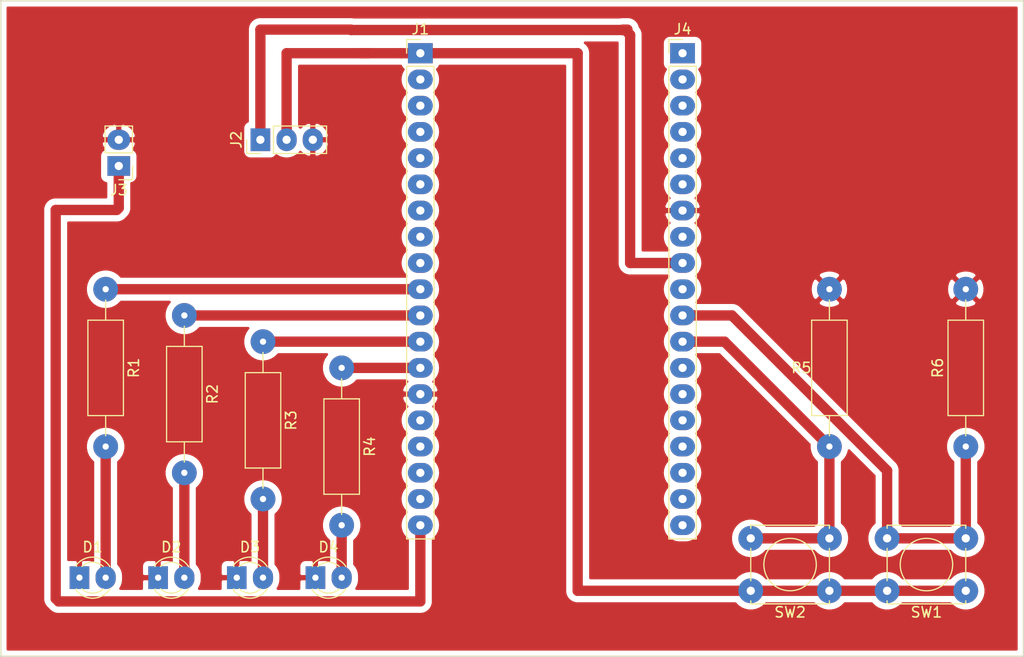
<source format=kicad_pcb>
(kicad_pcb (version 20171130) (host pcbnew 5.1.6-c6e7f7d~86~ubuntu18.04.1)

  (general
    (thickness 1.6)
    (drawings 8)
    (tracks 50)
    (zones 0)
    (modules 16)
    (nets 42)
  )

  (page A4)
  (layers
    (0 F.Cu signal)
    (31 B.Cu signal)
    (32 B.Adhes user)
    (33 F.Adhes user)
    (34 B.Paste user)
    (35 F.Paste user)
    (36 B.SilkS user)
    (37 F.SilkS user)
    (38 B.Mask user)
    (39 F.Mask user)
    (40 Dwgs.User user)
    (41 Cmts.User user)
    (42 Eco1.User user)
    (43 Eco2.User user)
    (44 Edge.Cuts user)
    (45 Margin user)
    (46 B.CrtYd user)
    (47 F.CrtYd user)
    (48 B.Fab user)
    (49 F.Fab user)
  )

  (setup
    (last_trace_width 1)
    (trace_clearance 0.61)
    (zone_clearance 0.508)
    (zone_45_only no)
    (trace_min 0.2)
    (via_size 0.8)
    (via_drill 0.4)
    (via_min_size 0.4)
    (via_min_drill 0.3)
    (uvia_size 0.3)
    (uvia_drill 0.1)
    (uvias_allowed no)
    (uvia_min_size 0.2)
    (uvia_min_drill 0.1)
    (edge_width 0.1)
    (segment_width 0.2)
    (pcb_text_width 0.3)
    (pcb_text_size 1.5 1.5)
    (mod_edge_width 0.15)
    (mod_text_size 1 1)
    (mod_text_width 0.15)
    (pad_size 2.4 1.9)
    (pad_drill 0.8)
    (pad_to_mask_clearance 0)
    (aux_axis_origin 0 0)
    (visible_elements FFFFFF7F)
    (pcbplotparams
      (layerselection 0x010fc_ffffffff)
      (usegerberextensions false)
      (usegerberattributes false)
      (usegerberadvancedattributes false)
      (creategerberjobfile false)
      (excludeedgelayer true)
      (linewidth 0.100000)
      (plotframeref false)
      (viasonmask false)
      (mode 1)
      (useauxorigin false)
      (hpglpennumber 1)
      (hpglpenspeed 20)
      (hpglpendiameter 15.000000)
      (psnegative false)
      (psa4output false)
      (plotreference true)
      (plotvalue true)
      (plotinvisibletext false)
      (padsonsilk false)
      (subtractmaskfromsilk false)
      (outputformat 1)
      (mirror false)
      (drillshape 0)
      (scaleselection 1)
      (outputdirectory "/home/david/pcb/somfy/gerber/"))
  )

  (net 0 "")
  (net 1 "Net-(D1-Pad2)")
  (net 2 GND)
  (net 3 "Net-(D2-Pad2)")
  (net 4 "Net-(D3-Pad2)")
  (net 5 "Net-(D4-Pad2)")
  (net 6 /3.3v)
  (net 7 "Net-(J1-Pad2)")
  (net 8 "Net-(J1-Pad3)")
  (net 9 "Net-(J1-Pad4)")
  (net 10 "Net-(J1-Pad5)")
  (net 11 "Net-(J1-Pad6)")
  (net 12 "Net-(J1-Pad7)")
  (net 13 "Net-(J1-Pad8)")
  (net 14 "Net-(J1-Pad9)")
  (net 15 /G26)
  (net 16 /G27)
  (net 17 /G14)
  (net 18 /G12)
  (net 19 "Net-(J1-Pad15)")
  (net 20 "Net-(J1-Pad16)")
  (net 21 "Net-(J1-Pad17)")
  (net 22 "Net-(J1-Pad18)")
  (net 23 /5V)
  (net 24 /G18)
  (net 25 "Net-(J4-Pad19)")
  (net 26 "Net-(J4-Pad18)")
  (net 27 "Net-(J4-Pad17)")
  (net 28 "Net-(J4-Pad16)")
  (net 29 "Net-(J4-Pad15)")
  (net 30 "Net-(J4-Pad14)")
  (net 31 "Net-(J4-Pad13)")
  (net 32 /G4)
  (net 33 /G17)
  (net 34 "Net-(J4-Pad10)")
  (net 35 "Net-(J4-Pad8)")
  (net 36 "Net-(J4-Pad6)")
  (net 37 "Net-(J4-Pad5)")
  (net 38 "Net-(J4-Pad4)")
  (net 39 "Net-(J4-Pad3)")
  (net 40 "Net-(J4-Pad2)")
  (net 41 "Net-(J4-Pad1)")

  (net_class Default "This is the default net class."
    (clearance 0.61)
    (trace_width 1)
    (via_dia 0.8)
    (via_drill 0.4)
    (uvia_dia 0.3)
    (uvia_drill 0.1)
    (add_net /3.3v)
    (add_net /5V)
    (add_net /G12)
    (add_net /G14)
    (add_net /G17)
    (add_net /G18)
    (add_net /G26)
    (add_net /G27)
    (add_net /G4)
    (add_net GND)
    (add_net "Net-(D1-Pad2)")
    (add_net "Net-(D2-Pad2)")
    (add_net "Net-(D3-Pad2)")
    (add_net "Net-(D4-Pad2)")
    (add_net "Net-(J1-Pad15)")
    (add_net "Net-(J1-Pad16)")
    (add_net "Net-(J1-Pad17)")
    (add_net "Net-(J1-Pad18)")
    (add_net "Net-(J1-Pad2)")
    (add_net "Net-(J1-Pad3)")
    (add_net "Net-(J1-Pad4)")
    (add_net "Net-(J1-Pad5)")
    (add_net "Net-(J1-Pad6)")
    (add_net "Net-(J1-Pad7)")
    (add_net "Net-(J1-Pad8)")
    (add_net "Net-(J1-Pad9)")
    (add_net "Net-(J4-Pad1)")
    (add_net "Net-(J4-Pad10)")
    (add_net "Net-(J4-Pad13)")
    (add_net "Net-(J4-Pad14)")
    (add_net "Net-(J4-Pad15)")
    (add_net "Net-(J4-Pad16)")
    (add_net "Net-(J4-Pad17)")
    (add_net "Net-(J4-Pad18)")
    (add_net "Net-(J4-Pad19)")
    (add_net "Net-(J4-Pad2)")
    (add_net "Net-(J4-Pad3)")
    (add_net "Net-(J4-Pad4)")
    (add_net "Net-(J4-Pad5)")
    (add_net "Net-(J4-Pad6)")
    (add_net "Net-(J4-Pad8)")
  )

  (module LED_THT:LED_D3.0mm (layer F.Cu) (tedit 5EF38393) (tstamp 5EE06AB1)
    (at 40.64 121.92)
    (descr "LED, diameter 3.0mm, 2 pins")
    (tags "LED diameter 3.0mm 2 pins")
    (path /5EC2D617)
    (fp_text reference D1 (at 1.27 -2.96) (layer F.SilkS)
      (effects (font (size 1 1) (thickness 0.15)))
    )
    (fp_text value LED (at 1.27 2.96) (layer F.Fab)
      (effects (font (size 1 1) (thickness 0.15)))
    )
    (fp_circle (center 1.27 0) (end 2.77 0) (layer F.Fab) (width 0.1))
    (fp_line (start -0.23 -1.16619) (end -0.23 1.16619) (layer F.Fab) (width 0.1))
    (fp_line (start -0.29 -1.236) (end -0.29 -1.08) (layer F.SilkS) (width 0.12))
    (fp_line (start -0.29 1.08) (end -0.29 1.236) (layer F.SilkS) (width 0.12))
    (fp_line (start -1.15 -2.25) (end -1.15 2.25) (layer F.CrtYd) (width 0.05))
    (fp_line (start -1.15 2.25) (end 3.7 2.25) (layer F.CrtYd) (width 0.05))
    (fp_line (start 3.7 2.25) (end 3.7 -2.25) (layer F.CrtYd) (width 0.05))
    (fp_line (start 3.7 -2.25) (end -1.15 -2.25) (layer F.CrtYd) (width 0.05))
    (fp_arc (start 1.27 0) (end 0.229039 1.08) (angle -87.9) (layer F.SilkS) (width 0.12))
    (fp_arc (start 1.27 0) (end 0.229039 -1.08) (angle 87.9) (layer F.SilkS) (width 0.12))
    (fp_arc (start 1.27 0) (end -0.29 1.235516) (angle -108.8) (layer F.SilkS) (width 0.12))
    (fp_arc (start 1.27 0) (end -0.29 -1.235516) (angle 108.8) (layer F.SilkS) (width 0.12))
    (fp_arc (start 1.27 0) (end -0.23 -1.16619) (angle 284.3) (layer F.Fab) (width 0.1))
    (pad 2 thru_hole oval (at 2.54 0) (size 1.95 2.2) (drill 0.61) (layers *.Cu *.Mask)
      (net 1 "Net-(D1-Pad2)"))
    (pad 1 thru_hole rect (at 0 0) (size 1.9 2.2) (drill 0.61) (layers *.Cu *.Mask)
      (net 2 GND))
    (model ${KISYS3DMOD}/LED_THT.3dshapes/LED_D3.0mm.wrl
      (at (xyz 0 0 0))
      (scale (xyz 1 1 1))
      (rotate (xyz 0 0 0))
    )
  )

  (module LED_THT:LED_D3.0mm (layer F.Cu) (tedit 5EF383E2) (tstamp 5EE06AC4)
    (at 48.26 121.92)
    (descr "LED, diameter 3.0mm, 2 pins")
    (tags "LED diameter 3.0mm 2 pins")
    (path /5EC2D216)
    (fp_text reference D2 (at 1.27 -2.96) (layer F.SilkS)
      (effects (font (size 1 1) (thickness 0.15)))
    )
    (fp_text value LED (at 1.27 2.96) (layer F.Fab)
      (effects (font (size 1 1) (thickness 0.15)))
    )
    (fp_line (start 3.7 -2.25) (end -1.15 -2.25) (layer F.CrtYd) (width 0.05))
    (fp_line (start 3.7 2.25) (end 3.7 -2.25) (layer F.CrtYd) (width 0.05))
    (fp_line (start -1.15 2.25) (end 3.7 2.25) (layer F.CrtYd) (width 0.05))
    (fp_line (start -1.15 -2.25) (end -1.15 2.25) (layer F.CrtYd) (width 0.05))
    (fp_line (start -0.29 1.08) (end -0.29 1.236) (layer F.SilkS) (width 0.12))
    (fp_line (start -0.29 -1.236) (end -0.29 -1.08) (layer F.SilkS) (width 0.12))
    (fp_line (start -0.23 -1.16619) (end -0.23 1.16619) (layer F.Fab) (width 0.1))
    (fp_circle (center 1.27 0) (end 2.77 0) (layer F.Fab) (width 0.1))
    (fp_arc (start 1.27 0) (end -0.23 -1.16619) (angle 284.3) (layer F.Fab) (width 0.1))
    (fp_arc (start 1.27 0) (end -0.29 -1.235516) (angle 108.8) (layer F.SilkS) (width 0.12))
    (fp_arc (start 1.27 0) (end -0.29 1.235516) (angle -108.8) (layer F.SilkS) (width 0.12))
    (fp_arc (start 1.27 0) (end 0.229039 -1.08) (angle 87.9) (layer F.SilkS) (width 0.12))
    (fp_arc (start 1.27 0) (end 0.229039 1.08) (angle -87.9) (layer F.SilkS) (width 0.12))
    (pad 1 thru_hole rect (at 0 0) (size 1.9 2.2) (drill 0.61) (layers *.Cu *.Mask)
      (net 2 GND) (clearance 0.61))
    (pad 2 thru_hole oval (at 2.54 0) (size 1.95 2.2) (drill 0.61) (layers *.Cu *.Mask)
      (net 3 "Net-(D2-Pad2)"))
    (model ${KISYS3DMOD}/LED_THT.3dshapes/LED_D3.0mm.wrl
      (at (xyz 0 0 0))
      (scale (xyz 1 1 1))
      (rotate (xyz 0 0 0))
    )
  )

  (module LED_THT:LED_D3.0mm (layer F.Cu) (tedit 5EF383EE) (tstamp 5EE06AD7)
    (at 55.88 121.92)
    (descr "LED, diameter 3.0mm, 2 pins")
    (tags "LED diameter 3.0mm 2 pins")
    (path /5EC1AE54)
    (fp_text reference D3 (at 1.27 -2.96) (layer F.SilkS)
      (effects (font (size 1 1) (thickness 0.15)))
    )
    (fp_text value LED (at 1.27 2.96) (layer F.Fab)
      (effects (font (size 1 1) (thickness 0.15)))
    )
    (fp_line (start 3.7 -2.25) (end -1.15 -2.25) (layer F.CrtYd) (width 0.05))
    (fp_line (start 3.7 2.25) (end 3.7 -2.25) (layer F.CrtYd) (width 0.05))
    (fp_line (start -1.15 2.25) (end 3.7 2.25) (layer F.CrtYd) (width 0.05))
    (fp_line (start -1.15 -2.25) (end -1.15 2.25) (layer F.CrtYd) (width 0.05))
    (fp_line (start -0.29 1.08) (end -0.29 1.236) (layer F.SilkS) (width 0.12))
    (fp_line (start -0.29 -1.236) (end -0.29 -1.08) (layer F.SilkS) (width 0.12))
    (fp_line (start -0.23 -1.16619) (end -0.23 1.16619) (layer F.Fab) (width 0.1))
    (fp_circle (center 1.27 0) (end 2.77 0) (layer F.Fab) (width 0.1))
    (fp_arc (start 1.27 0) (end -0.23 -1.16619) (angle 284.3) (layer F.Fab) (width 0.1))
    (fp_arc (start 1.27 0) (end -0.29 -1.235516) (angle 108.8) (layer F.SilkS) (width 0.12))
    (fp_arc (start 1.27 0) (end -0.29 1.235516) (angle -108.8) (layer F.SilkS) (width 0.12))
    (fp_arc (start 1.27 0) (end 0.229039 -1.08) (angle 87.9) (layer F.SilkS) (width 0.12))
    (fp_arc (start 1.27 0) (end 0.229039 1.08) (angle -87.9) (layer F.SilkS) (width 0.12))
    (pad 1 thru_hole rect (at 0 0) (size 1.9 2.2) (drill 0.61) (layers *.Cu *.Mask)
      (net 2 GND))
    (pad 2 thru_hole oval (at 2.54 0) (size 1.95 2.2) (drill 0.61) (layers *.Cu *.Mask)
      (net 4 "Net-(D3-Pad2)"))
    (model ${KISYS3DMOD}/LED_THT.3dshapes/LED_D3.0mm.wrl
      (at (xyz 0 0 0))
      (scale (xyz 1 1 1))
      (rotate (xyz 0 0 0))
    )
  )

  (module LED_THT:LED_D3.0mm (layer F.Cu) (tedit 5EF383FD) (tstamp 5EE06AEA)
    (at 63.5 121.92)
    (descr "LED, diameter 3.0mm, 2 pins")
    (tags "LED diameter 3.0mm 2 pins")
    (path /5EC1EDFA)
    (fp_text reference D4 (at 1.27 -2.96) (layer F.SilkS)
      (effects (font (size 1 1) (thickness 0.15)))
    )
    (fp_text value LED (at 1.27 2.96) (layer F.Fab)
      (effects (font (size 1 1) (thickness 0.15)))
    )
    (fp_circle (center 1.27 0) (end 2.77 0) (layer F.Fab) (width 0.1))
    (fp_line (start -0.23 -1.16619) (end -0.23 1.16619) (layer F.Fab) (width 0.1))
    (fp_line (start -0.29 -1.236) (end -0.29 -1.08) (layer F.SilkS) (width 0.12))
    (fp_line (start -0.29 1.08) (end -0.29 1.236) (layer F.SilkS) (width 0.12))
    (fp_line (start -1.15 -2.25) (end -1.15 2.25) (layer F.CrtYd) (width 0.05))
    (fp_line (start -1.15 2.25) (end 3.7 2.25) (layer F.CrtYd) (width 0.05))
    (fp_line (start 3.7 2.25) (end 3.7 -2.25) (layer F.CrtYd) (width 0.05))
    (fp_line (start 3.7 -2.25) (end -1.15 -2.25) (layer F.CrtYd) (width 0.05))
    (fp_arc (start 1.27 0) (end 0.229039 1.08) (angle -87.9) (layer F.SilkS) (width 0.12))
    (fp_arc (start 1.27 0) (end 0.229039 -1.08) (angle 87.9) (layer F.SilkS) (width 0.12))
    (fp_arc (start 1.27 0) (end -0.29 1.235516) (angle -108.8) (layer F.SilkS) (width 0.12))
    (fp_arc (start 1.27 0) (end -0.29 -1.235516) (angle 108.8) (layer F.SilkS) (width 0.12))
    (fp_arc (start 1.27 0) (end -0.23 -1.16619) (angle 284.3) (layer F.Fab) (width 0.1))
    (pad 2 thru_hole oval (at 2.54 0) (size 1.95 2.2) (drill 0.61) (layers *.Cu *.Mask)
      (net 5 "Net-(D4-Pad2)"))
    (pad 1 thru_hole rect (at 0 0) (size 1.9 2.2) (drill 0.61) (layers *.Cu *.Mask)
      (net 2 GND))
    (model ${KISYS3DMOD}/LED_THT.3dshapes/LED_D3.0mm.wrl
      (at (xyz 0 0 0))
      (scale (xyz 1 1 1))
      (rotate (xyz 0 0 0))
    )
  )

  (module Connector_PinHeader_2.54mm:PinHeader_1x19_P2.54mm_Vertical (layer F.Cu) (tedit 5EF38855) (tstamp 5EE06B11)
    (at 73.66 71.12)
    (descr "Through hole straight pin header, 1x19, 2.54mm pitch, single row")
    (tags "Through hole pin header THT 1x19 2.54mm single row")
    (path /5EC11040)
    (fp_text reference J1 (at 0 -2.33) (layer F.SilkS)
      (effects (font (size 1 1) (thickness 0.15)))
    )
    (fp_text value Conn_01x19 (at 0 48.05) (layer F.Fab)
      (effects (font (size 1 1) (thickness 0.15)))
    )
    (fp_line (start 1.8 -1.8) (end -1.8 -1.8) (layer F.CrtYd) (width 0.05))
    (fp_line (start 1.8 47.5) (end 1.8 -1.8) (layer F.CrtYd) (width 0.05))
    (fp_line (start -1.8 47.5) (end 1.8 47.5) (layer F.CrtYd) (width 0.05))
    (fp_line (start -1.8 -1.8) (end -1.8 47.5) (layer F.CrtYd) (width 0.05))
    (fp_line (start -1.33 -1.33) (end 0 -1.33) (layer F.SilkS) (width 0.12))
    (fp_line (start -1.33 0) (end -1.33 -1.33) (layer F.SilkS) (width 0.12))
    (fp_line (start -1.33 1.27) (end 1.33 1.27) (layer F.SilkS) (width 0.12))
    (fp_line (start 1.33 1.27) (end 1.33 47.05) (layer F.SilkS) (width 0.12))
    (fp_line (start -1.33 1.27) (end -1.33 47.05) (layer F.SilkS) (width 0.12))
    (fp_line (start -1.33 47.05) (end 1.33 47.05) (layer F.SilkS) (width 0.12))
    (fp_line (start -1.27 -0.635) (end -0.635 -1.27) (layer F.Fab) (width 0.1))
    (fp_line (start -1.27 46.99) (end -1.27 -0.635) (layer F.Fab) (width 0.1))
    (fp_line (start 1.27 46.99) (end -1.27 46.99) (layer F.Fab) (width 0.1))
    (fp_line (start 1.27 -1.27) (end 1.27 46.99) (layer F.Fab) (width 0.1))
    (fp_line (start -0.635 -1.27) (end 1.27 -1.27) (layer F.Fab) (width 0.1))
    (fp_text user %R (at 0 22.86 90) (layer F.Fab)
      (effects (font (size 1 1) (thickness 0.15)))
    )
    (pad 1 thru_hole rect (at 0 0) (size 2.4 1.95) (drill 0.8) (layers *.Cu *.Mask)
      (net 6 /3.3v))
    (pad 2 thru_hole oval (at 0 2.54) (size 2.4 1.9) (drill 0.8) (layers *.Cu *.Mask)
      (net 7 "Net-(J1-Pad2)"))
    (pad 3 thru_hole oval (at 0 5.08) (size 2.4 1.9) (drill 0.8) (layers *.Cu *.Mask)
      (net 8 "Net-(J1-Pad3)"))
    (pad 4 thru_hole oval (at 0 7.62) (size 2.4 1.9) (drill 0.8) (layers *.Cu *.Mask)
      (net 9 "Net-(J1-Pad4)"))
    (pad 5 thru_hole oval (at 0 10.16) (size 2.4 1.9) (drill 0.8) (layers *.Cu *.Mask)
      (net 10 "Net-(J1-Pad5)"))
    (pad 6 thru_hole oval (at 0 12.7) (size 2.4 1.9) (drill 0.8) (layers *.Cu *.Mask)
      (net 11 "Net-(J1-Pad6)"))
    (pad 7 thru_hole oval (at 0 15.24) (size 2.4 1.9) (drill 0.8) (layers *.Cu *.Mask)
      (net 12 "Net-(J1-Pad7)"))
    (pad 8 thru_hole oval (at 0 17.78) (size 2.4 1.9) (drill 0.8) (layers *.Cu *.Mask)
      (net 13 "Net-(J1-Pad8)"))
    (pad 9 thru_hole oval (at 0 20.32) (size 2.4 1.9) (drill 0.8) (layers *.Cu *.Mask)
      (net 14 "Net-(J1-Pad9)"))
    (pad 10 thru_hole oval (at 0 22.86) (size 2.4 1.9) (drill 0.8) (layers *.Cu *.Mask)
      (net 15 /G26))
    (pad 11 thru_hole oval (at 0 25.4) (size 2.4 1.9) (drill 0.8) (layers *.Cu *.Mask)
      (net 16 /G27))
    (pad 12 thru_hole oval (at 0 27.94) (size 2.4 1.9) (drill 0.8) (layers *.Cu *.Mask)
      (net 17 /G14))
    (pad 13 thru_hole oval (at 0 30.48) (size 2.4 1.9) (drill 0.8) (layers *.Cu *.Mask)
      (net 18 /G12))
    (pad 14 thru_hole oval (at 0 33.02) (size 2.4 1.9) (drill 0.8) (layers *.Cu *.Mask)
      (net 2 GND))
    (pad 15 thru_hole oval (at 0 35.56) (size 2.4 1.9) (drill 0.8) (layers *.Cu *.Mask)
      (net 19 "Net-(J1-Pad15)"))
    (pad 16 thru_hole oval (at 0 38.1) (size 2.4 1.9) (drill 0.8) (layers *.Cu *.Mask)
      (net 20 "Net-(J1-Pad16)"))
    (pad 17 thru_hole oval (at 0 40.64) (size 2.4 1.9) (drill 0.8) (layers *.Cu *.Mask)
      (net 21 "Net-(J1-Pad17)"))
    (pad 18 thru_hole oval (at 0 43.18) (size 2.4 1.9) (drill 0.8) (layers *.Cu *.Mask)
      (net 22 "Net-(J1-Pad18)"))
    (pad 19 thru_hole oval (at 0 45.72) (size 2.4 1.9) (drill 0.8) (layers *.Cu *.Mask)
      (net 23 /5V))
    (model ${KISYS3DMOD}/Connector_PinHeader_2.54mm.3dshapes/PinHeader_1x19_P2.54mm_Vertical.wrl
      (at (xyz 0 0 0))
      (scale (xyz 1 1 1))
      (rotate (xyz 0 0 0))
    )
  )

  (module Connector_PinHeader_2.54mm:PinHeader_1x03_P2.54mm_Vertical (layer F.Cu) (tedit 5EF384E3) (tstamp 5EE06B28)
    (at 58.166 79.502 90)
    (descr "Through hole straight pin header, 1x03, 2.54mm pitch, single row")
    (tags "Through hole pin header THT 1x03 2.54mm single row")
    (path /5EC124F6)
    (fp_text reference J2 (at 0 -2.33 90) (layer F.SilkS)
      (effects (font (size 1 1) (thickness 0.15)))
    )
    (fp_text value Conn_01x03 (at 0 7.41 90) (layer F.Fab)
      (effects (font (size 1 1) (thickness 0.15)))
    )
    (fp_line (start 1.8 -1.8) (end -1.8 -1.8) (layer F.CrtYd) (width 0.05))
    (fp_line (start 1.8 6.85) (end 1.8 -1.8) (layer F.CrtYd) (width 0.05))
    (fp_line (start -1.8 6.85) (end 1.8 6.85) (layer F.CrtYd) (width 0.05))
    (fp_line (start -1.8 -1.8) (end -1.8 6.85) (layer F.CrtYd) (width 0.05))
    (fp_line (start -1.33 -1.33) (end 0 -1.33) (layer F.SilkS) (width 0.12))
    (fp_line (start -1.33 0) (end -1.33 -1.33) (layer F.SilkS) (width 0.12))
    (fp_line (start -1.33 1.27) (end 1.33 1.27) (layer F.SilkS) (width 0.12))
    (fp_line (start 1.33 1.27) (end 1.33 6.41) (layer F.SilkS) (width 0.12))
    (fp_line (start -1.33 1.27) (end -1.33 6.41) (layer F.SilkS) (width 0.12))
    (fp_line (start -1.33 6.41) (end 1.33 6.41) (layer F.SilkS) (width 0.12))
    (fp_line (start -1.27 -0.635) (end -0.635 -1.27) (layer F.Fab) (width 0.1))
    (fp_line (start -1.27 6.35) (end -1.27 -0.635) (layer F.Fab) (width 0.1))
    (fp_line (start 1.27 6.35) (end -1.27 6.35) (layer F.Fab) (width 0.1))
    (fp_line (start 1.27 -1.27) (end 1.27 6.35) (layer F.Fab) (width 0.1))
    (fp_line (start -0.635 -1.27) (end 1.27 -1.27) (layer F.Fab) (width 0.1))
    (fp_text user %R (at 0 2.54) (layer F.Fab)
      (effects (font (size 1 1) (thickness 0.15)))
    )
    (pad 1 thru_hole rect (at 0 0 90) (size 2.2 1.9) (drill 0.8) (layers *.Cu *.Mask)
      (net 24 /G18))
    (pad 2 thru_hole oval (at 0 2.54 90) (size 2.2 1.95) (drill 0.8) (layers *.Cu *.Mask)
      (net 6 /3.3v))
    (pad 3 thru_hole oval (at 0 5.08 90) (size 2.2 1.95) (drill 0.8) (layers *.Cu *.Mask)
      (net 2 GND))
    (model ${KISYS3DMOD}/Connector_PinHeader_2.54mm.3dshapes/PinHeader_1x03_P2.54mm_Vertical.wrl
      (at (xyz 0 0 0))
      (scale (xyz 1 1 1))
      (rotate (xyz 0 0 0))
    )
  )

  (module Connector_PinHeader_2.54mm:PinHeader_1x02_P2.54mm_Vertical (layer F.Cu) (tedit 5EF384AB) (tstamp 5EE06B3E)
    (at 44.45 82.042 180)
    (descr "Through hole straight pin header, 1x02, 2.54mm pitch, single row")
    (tags "Through hole pin header THT 1x02 2.54mm single row")
    (path /5EC42CD7)
    (fp_text reference J3 (at 0 -2.33) (layer F.SilkS)
      (effects (font (size 1 1) (thickness 0.15)))
    )
    (fp_text value Screw_Terminal_01x02 (at 0 4.87) (layer F.Fab)
      (effects (font (size 1 1) (thickness 0.15)))
    )
    (fp_line (start 1.8 -1.8) (end -1.8 -1.8) (layer F.CrtYd) (width 0.05))
    (fp_line (start 1.8 4.35) (end 1.8 -1.8) (layer F.CrtYd) (width 0.05))
    (fp_line (start -1.8 4.35) (end 1.8 4.35) (layer F.CrtYd) (width 0.05))
    (fp_line (start -1.8 -1.8) (end -1.8 4.35) (layer F.CrtYd) (width 0.05))
    (fp_line (start -1.33 -1.33) (end 0 -1.33) (layer F.SilkS) (width 0.12))
    (fp_line (start -1.33 0) (end -1.33 -1.33) (layer F.SilkS) (width 0.12))
    (fp_line (start -1.33 1.27) (end 1.33 1.27) (layer F.SilkS) (width 0.12))
    (fp_line (start 1.33 1.27) (end 1.33 3.87) (layer F.SilkS) (width 0.12))
    (fp_line (start -1.33 1.27) (end -1.33 3.87) (layer F.SilkS) (width 0.12))
    (fp_line (start -1.33 3.87) (end 1.33 3.87) (layer F.SilkS) (width 0.12))
    (fp_line (start -1.27 -0.635) (end -0.635 -1.27) (layer F.Fab) (width 0.1))
    (fp_line (start -1.27 3.81) (end -1.27 -0.635) (layer F.Fab) (width 0.1))
    (fp_line (start 1.27 3.81) (end -1.27 3.81) (layer F.Fab) (width 0.1))
    (fp_line (start 1.27 -1.27) (end 1.27 3.81) (layer F.Fab) (width 0.1))
    (fp_line (start -0.635 -1.27) (end 1.27 -1.27) (layer F.Fab) (width 0.1))
    (fp_text user %R (at 0 1.27 90) (layer F.Fab)
      (effects (font (size 1 1) (thickness 0.15)))
    )
    (pad 1 thru_hole rect (at 0 0 180) (size 2.2 1.9) (drill 0.8) (layers *.Cu *.Mask)
      (net 23 /5V))
    (pad 2 thru_hole oval (at 0 2.54 180) (size 2.2 1.95) (drill 0.8) (layers *.Cu *.Mask)
      (net 2 GND))
    (model ${KISYS3DMOD}/Connector_PinHeader_2.54mm.3dshapes/PinHeader_1x02_P2.54mm_Vertical.wrl
      (at (xyz 0 0 0))
      (scale (xyz 1 1 1))
      (rotate (xyz 0 0 0))
    )
  )

  (module Connector_PinHeader_2.54mm:PinHeader_1x19_P2.54mm_Vertical (layer F.Cu) (tedit 5EF38877) (tstamp 5EE06B65)
    (at 99.06 71.12)
    (descr "Through hole straight pin header, 1x19, 2.54mm pitch, single row")
    (tags "Through hole pin header THT 1x19 2.54mm single row")
    (path /5EC11C69)
    (fp_text reference J4 (at 0 -2.33) (layer F.SilkS)
      (effects (font (size 1 1) (thickness 0.15)))
    )
    (fp_text value Conn_01x19 (at 0 48.05) (layer F.Fab)
      (effects (font (size 1 1) (thickness 0.15)))
    )
    (fp_line (start -0.635 -1.27) (end 1.27 -1.27) (layer F.Fab) (width 0.1))
    (fp_line (start 1.27 -1.27) (end 1.27 46.99) (layer F.Fab) (width 0.1))
    (fp_line (start 1.27 46.99) (end -1.27 46.99) (layer F.Fab) (width 0.1))
    (fp_line (start -1.27 46.99) (end -1.27 -0.635) (layer F.Fab) (width 0.1))
    (fp_line (start -1.27 -0.635) (end -0.635 -1.27) (layer F.Fab) (width 0.1))
    (fp_line (start -1.33 47.05) (end 1.33 47.05) (layer F.SilkS) (width 0.12))
    (fp_line (start -1.33 1.27) (end -1.33 47.05) (layer F.SilkS) (width 0.12))
    (fp_line (start 1.33 1.27) (end 1.33 47.05) (layer F.SilkS) (width 0.12))
    (fp_line (start -1.33 1.27) (end 1.33 1.27) (layer F.SilkS) (width 0.12))
    (fp_line (start -1.33 0) (end -1.33 -1.33) (layer F.SilkS) (width 0.12))
    (fp_line (start -1.33 -1.33) (end 0 -1.33) (layer F.SilkS) (width 0.12))
    (fp_line (start -1.8 -1.8) (end -1.8 47.5) (layer F.CrtYd) (width 0.05))
    (fp_line (start -1.8 47.5) (end 1.8 47.5) (layer F.CrtYd) (width 0.05))
    (fp_line (start 1.8 47.5) (end 1.8 -1.8) (layer F.CrtYd) (width 0.05))
    (fp_line (start 1.8 -1.8) (end -1.8 -1.8) (layer F.CrtYd) (width 0.05))
    (fp_text user %R (at 0 22.86 90) (layer F.Fab)
      (effects (font (size 1 1) (thickness 0.15)))
    )
    (pad 19 thru_hole oval (at 0 45.72) (size 2.4 1.9) (drill 0.8) (layers *.Cu *.Mask)
      (net 25 "Net-(J4-Pad19)"))
    (pad 18 thru_hole oval (at 0 43.18) (size 2.4 1.9) (drill 0.8) (layers *.Cu *.Mask)
      (net 26 "Net-(J4-Pad18)"))
    (pad 17 thru_hole oval (at 0 40.64) (size 2.4 1.9) (drill 0.8) (layers *.Cu *.Mask)
      (net 27 "Net-(J4-Pad17)"))
    (pad 16 thru_hole oval (at 0 38.1) (size 2.4 1.9) (drill 0.8) (layers *.Cu *.Mask)
      (net 28 "Net-(J4-Pad16)"))
    (pad 15 thru_hole oval (at 0 35.56) (size 2.4 1.9) (drill 0.8) (layers *.Cu *.Mask)
      (net 29 "Net-(J4-Pad15)"))
    (pad 14 thru_hole oval (at 0 33.02) (size 2.4 1.9) (drill 0.8) (layers *.Cu *.Mask)
      (net 30 "Net-(J4-Pad14)"))
    (pad 13 thru_hole oval (at 0 30.48) (size 2.4 1.9) (drill 0.8) (layers *.Cu *.Mask)
      (net 31 "Net-(J4-Pad13)"))
    (pad 12 thru_hole oval (at 0 27.94) (size 2.4 1.9) (drill 0.8) (layers *.Cu *.Mask)
      (net 32 /G4))
    (pad 11 thru_hole oval (at 0 25.4) (size 2.4 1.9) (drill 0.8) (layers *.Cu *.Mask)
      (net 33 /G17))
    (pad 10 thru_hole oval (at 0 22.86) (size 2.4 1.9) (drill 0.8) (layers *.Cu *.Mask)
      (net 34 "Net-(J4-Pad10)"))
    (pad 9 thru_hole oval (at 0 20.32) (size 2.4 1.9) (drill 0.8) (layers *.Cu *.Mask)
      (net 24 /G18))
    (pad 8 thru_hole oval (at 0 17.78) (size 2.4 1.9) (drill 0.8) (layers *.Cu *.Mask)
      (net 35 "Net-(J4-Pad8)"))
    (pad 7 thru_hole oval (at 0 15.24) (size 2.4 1.9) (drill 0.8) (layers *.Cu *.Mask)
      (net 2 GND))
    (pad 6 thru_hole oval (at 0 12.7) (size 2.4 1.9) (drill 0.8) (layers *.Cu *.Mask)
      (net 36 "Net-(J4-Pad6)"))
    (pad 5 thru_hole oval (at 0 10.16) (size 2.4 1.9) (drill 0.8) (layers *.Cu *.Mask)
      (net 37 "Net-(J4-Pad5)"))
    (pad 4 thru_hole oval (at 0 7.62) (size 2.4 1.9) (drill 0.8) (layers *.Cu *.Mask)
      (net 38 "Net-(J4-Pad4)"))
    (pad 3 thru_hole oval (at 0 5.08) (size 2.4 1.9) (drill 0.8) (layers *.Cu *.Mask)
      (net 39 "Net-(J4-Pad3)"))
    (pad 2 thru_hole oval (at 0 2.54) (size 2.4 1.9) (drill 0.8) (layers *.Cu *.Mask)
      (net 40 "Net-(J4-Pad2)"))
    (pad 1 thru_hole rect (at 0 0) (size 2.4 1.95) (drill 0.8) (layers *.Cu *.Mask)
      (net 41 "Net-(J4-Pad1)"))
    (model ${KISYS3DMOD}/Connector_PinHeader_2.54mm.3dshapes/PinHeader_1x19_P2.54mm_Vertical.wrl
      (at (xyz 0 0 0))
      (scale (xyz 1 1 1))
      (rotate (xyz 0 0 0))
    )
  )

  (module Resistor_THT:R_Axial_DIN0309_L9.0mm_D3.2mm_P15.24mm_Horizontal (layer F.Cu) (tedit 5EF3847C) (tstamp 5EE06B7C)
    (at 43.18 93.98 270)
    (descr "Resistor, Axial_DIN0309 series, Axial, Horizontal, pin pitch=15.24mm, 0.5W = 1/2W, length*diameter=9*3.2mm^2, http://cdn-reichelt.de/documents/datenblatt/B400/1_4W%23YAG.pdf")
    (tags "Resistor Axial_DIN0309 series Axial Horizontal pin pitch 15.24mm 0.5W = 1/2W length 9mm diameter 3.2mm")
    (path /5EC2E18C)
    (fp_text reference R1 (at 7.62 -2.72 90) (layer F.SilkS)
      (effects (font (size 1 1) (thickness 0.15)))
    )
    (fp_text value R (at 7.62 2.72 90) (layer F.Fab)
      (effects (font (size 1 1) (thickness 0.15)))
    )
    (fp_line (start 3.12 -1.6) (end 3.12 1.6) (layer F.Fab) (width 0.1))
    (fp_line (start 3.12 1.6) (end 12.12 1.6) (layer F.Fab) (width 0.1))
    (fp_line (start 12.12 1.6) (end 12.12 -1.6) (layer F.Fab) (width 0.1))
    (fp_line (start 12.12 -1.6) (end 3.12 -1.6) (layer F.Fab) (width 0.1))
    (fp_line (start 0 0) (end 3.12 0) (layer F.Fab) (width 0.1))
    (fp_line (start 15.24 0) (end 12.12 0) (layer F.Fab) (width 0.1))
    (fp_line (start 3 -1.72) (end 3 1.72) (layer F.SilkS) (width 0.12))
    (fp_line (start 3 1.72) (end 12.24 1.72) (layer F.SilkS) (width 0.12))
    (fp_line (start 12.24 1.72) (end 12.24 -1.72) (layer F.SilkS) (width 0.12))
    (fp_line (start 12.24 -1.72) (end 3 -1.72) (layer F.SilkS) (width 0.12))
    (fp_line (start 1.04 0) (end 3 0) (layer F.SilkS) (width 0.12))
    (fp_line (start 14.2 0) (end 12.24 0) (layer F.SilkS) (width 0.12))
    (fp_line (start -1.05 -1.85) (end -1.05 1.85) (layer F.CrtYd) (width 0.05))
    (fp_line (start -1.05 1.85) (end 16.29 1.85) (layer F.CrtYd) (width 0.05))
    (fp_line (start 16.29 1.85) (end 16.29 -1.85) (layer F.CrtYd) (width 0.05))
    (fp_line (start 16.29 -1.85) (end -1.05 -1.85) (layer F.CrtYd) (width 0.05))
    (fp_text user %R (at 7.62 0 90) (layer F.Fab)
      (effects (font (size 1 1) (thickness 0.15)))
    )
    (pad 2 thru_hole circle (at 15.24 0 270) (size 2.4 2.4) (drill 0.61) (layers *.Cu *.Mask)
      (net 1 "Net-(D1-Pad2)"))
    (pad 1 thru_hole circle (at 0 0 270) (size 2.4 2.4) (drill 0.61) (layers *.Cu *.Mask)
      (net 15 /G26))
    (model ${KISYS3DMOD}/Resistor_THT.3dshapes/R_Axial_DIN0309_L9.0mm_D3.2mm_P15.24mm_Horizontal.wrl
      (at (xyz 0 0 0))
      (scale (xyz 1 1 1))
      (rotate (xyz 0 0 0))
    )
  )

  (module Resistor_THT:R_Axial_DIN0309_L9.0mm_D3.2mm_P15.24mm_Horizontal (layer F.Cu) (tedit 5EF38472) (tstamp 5EE06B93)
    (at 50.8 96.52 270)
    (descr "Resistor, Axial_DIN0309 series, Axial, Horizontal, pin pitch=15.24mm, 0.5W = 1/2W, length*diameter=9*3.2mm^2, http://cdn-reichelt.de/documents/datenblatt/B400/1_4W%23YAG.pdf")
    (tags "Resistor Axial_DIN0309 series Axial Horizontal pin pitch 15.24mm 0.5W = 1/2W length 9mm diameter 3.2mm")
    (path /5EC2DE24)
    (fp_text reference R2 (at 7.62 -2.72 90) (layer F.SilkS)
      (effects (font (size 1 1) (thickness 0.15)))
    )
    (fp_text value R (at 7.62 2.72 90) (layer F.Fab)
      (effects (font (size 1 1) (thickness 0.15)))
    )
    (fp_line (start 16.29 -1.85) (end -1.05 -1.85) (layer F.CrtYd) (width 0.05))
    (fp_line (start 16.29 1.85) (end 16.29 -1.85) (layer F.CrtYd) (width 0.05))
    (fp_line (start -1.05 1.85) (end 16.29 1.85) (layer F.CrtYd) (width 0.05))
    (fp_line (start -1.05 -1.85) (end -1.05 1.85) (layer F.CrtYd) (width 0.05))
    (fp_line (start 14.2 0) (end 12.24 0) (layer F.SilkS) (width 0.12))
    (fp_line (start 1.04 0) (end 3 0) (layer F.SilkS) (width 0.12))
    (fp_line (start 12.24 -1.72) (end 3 -1.72) (layer F.SilkS) (width 0.12))
    (fp_line (start 12.24 1.72) (end 12.24 -1.72) (layer F.SilkS) (width 0.12))
    (fp_line (start 3 1.72) (end 12.24 1.72) (layer F.SilkS) (width 0.12))
    (fp_line (start 3 -1.72) (end 3 1.72) (layer F.SilkS) (width 0.12))
    (fp_line (start 15.24 0) (end 12.12 0) (layer F.Fab) (width 0.1))
    (fp_line (start 0 0) (end 3.12 0) (layer F.Fab) (width 0.1))
    (fp_line (start 12.12 -1.6) (end 3.12 -1.6) (layer F.Fab) (width 0.1))
    (fp_line (start 12.12 1.6) (end 12.12 -1.6) (layer F.Fab) (width 0.1))
    (fp_line (start 3.12 1.6) (end 12.12 1.6) (layer F.Fab) (width 0.1))
    (fp_line (start 3.12 -1.6) (end 3.12 1.6) (layer F.Fab) (width 0.1))
    (fp_text user %R (at 7.62 0 90) (layer F.Fab)
      (effects (font (size 1 1) (thickness 0.15)))
    )
    (pad 1 thru_hole circle (at 0 0 270) (size 2.4 2.4) (drill 0.61) (layers *.Cu *.Mask)
      (net 16 /G27))
    (pad 2 thru_hole circle (at 15.24 0 270) (size 2.4 2.4) (drill 0.61) (layers *.Cu *.Mask)
      (net 3 "Net-(D2-Pad2)"))
    (model ${KISYS3DMOD}/Resistor_THT.3dshapes/R_Axial_DIN0309_L9.0mm_D3.2mm_P15.24mm_Horizontal.wrl
      (at (xyz 0 0 0))
      (scale (xyz 1 1 1))
      (rotate (xyz 0 0 0))
    )
  )

  (module Resistor_THT:R_Axial_DIN0309_L9.0mm_D3.2mm_P15.24mm_Horizontal (layer F.Cu) (tedit 5EF38464) (tstamp 5EE06BAA)
    (at 58.42 99.06 270)
    (descr "Resistor, Axial_DIN0309 series, Axial, Horizontal, pin pitch=15.24mm, 0.5W = 1/2W, length*diameter=9*3.2mm^2, http://cdn-reichelt.de/documents/datenblatt/B400/1_4W%23YAG.pdf")
    (tags "Resistor Axial_DIN0309 series Axial Horizontal pin pitch 15.24mm 0.5W = 1/2W length 9mm diameter 3.2mm")
    (path /5EC2DAB4)
    (fp_text reference R3 (at 7.62 -2.72 90) (layer F.SilkS)
      (effects (font (size 1 1) (thickness 0.15)))
    )
    (fp_text value R (at 7.62 2.72 90) (layer F.Fab)
      (effects (font (size 1 1) (thickness 0.15)))
    )
    (fp_line (start 3.12 -1.6) (end 3.12 1.6) (layer F.Fab) (width 0.1))
    (fp_line (start 3.12 1.6) (end 12.12 1.6) (layer F.Fab) (width 0.1))
    (fp_line (start 12.12 1.6) (end 12.12 -1.6) (layer F.Fab) (width 0.1))
    (fp_line (start 12.12 -1.6) (end 3.12 -1.6) (layer F.Fab) (width 0.1))
    (fp_line (start 0 0) (end 3.12 0) (layer F.Fab) (width 0.1))
    (fp_line (start 15.24 0) (end 12.12 0) (layer F.Fab) (width 0.1))
    (fp_line (start 3 -1.72) (end 3 1.72) (layer F.SilkS) (width 0.12))
    (fp_line (start 3 1.72) (end 12.24 1.72) (layer F.SilkS) (width 0.12))
    (fp_line (start 12.24 1.72) (end 12.24 -1.72) (layer F.SilkS) (width 0.12))
    (fp_line (start 12.24 -1.72) (end 3 -1.72) (layer F.SilkS) (width 0.12))
    (fp_line (start 1.04 0) (end 3 0) (layer F.SilkS) (width 0.12))
    (fp_line (start 14.2 0) (end 12.24 0) (layer F.SilkS) (width 0.12))
    (fp_line (start -1.05 -1.85) (end -1.05 1.85) (layer F.CrtYd) (width 0.05))
    (fp_line (start -1.05 1.85) (end 16.29 1.85) (layer F.CrtYd) (width 0.05))
    (fp_line (start 16.29 1.85) (end 16.29 -1.85) (layer F.CrtYd) (width 0.05))
    (fp_line (start 16.29 -1.85) (end -1.05 -1.85) (layer F.CrtYd) (width 0.05))
    (fp_text user %R (at 7.62 0 90) (layer F.Fab)
      (effects (font (size 1 1) (thickness 0.15)))
    )
    (pad 2 thru_hole circle (at 15.24 0 270) (size 2.4 2.4) (drill 0.61) (layers *.Cu *.Mask)
      (net 4 "Net-(D3-Pad2)"))
    (pad 1 thru_hole circle (at 0 0 270) (size 2.4 2.4) (drill 0.61) (layers *.Cu *.Mask)
      (net 17 /G14))
    (model ${KISYS3DMOD}/Resistor_THT.3dshapes/R_Axial_DIN0309_L9.0mm_D3.2mm_P15.24mm_Horizontal.wrl
      (at (xyz 0 0 0))
      (scale (xyz 1 1 1))
      (rotate (xyz 0 0 0))
    )
  )

  (module Resistor_THT:R_Axial_DIN0309_L9.0mm_D3.2mm_P15.24mm_Horizontal (layer F.Cu) (tedit 5EF3845C) (tstamp 5EE06BC1)
    (at 66.04 101.6 270)
    (descr "Resistor, Axial_DIN0309 series, Axial, Horizontal, pin pitch=15.24mm, 0.5W = 1/2W, length*diameter=9*3.2mm^2, http://cdn-reichelt.de/documents/datenblatt/B400/1_4W%23YAG.pdf")
    (tags "Resistor Axial_DIN0309 series Axial Horizontal pin pitch 15.24mm 0.5W = 1/2W length 9mm diameter 3.2mm")
    (path /5EC1C111)
    (fp_text reference R4 (at 7.62 -2.72 90) (layer F.SilkS)
      (effects (font (size 1 1) (thickness 0.15)))
    )
    (fp_text value R (at 7.62 2.72 90) (layer F.Fab)
      (effects (font (size 1 1) (thickness 0.15)))
    )
    (fp_line (start 16.29 -1.85) (end -1.05 -1.85) (layer F.CrtYd) (width 0.05))
    (fp_line (start 16.29 1.85) (end 16.29 -1.85) (layer F.CrtYd) (width 0.05))
    (fp_line (start -1.05 1.85) (end 16.29 1.85) (layer F.CrtYd) (width 0.05))
    (fp_line (start -1.05 -1.85) (end -1.05 1.85) (layer F.CrtYd) (width 0.05))
    (fp_line (start 14.2 0) (end 12.24 0) (layer F.SilkS) (width 0.12))
    (fp_line (start 1.04 0) (end 3 0) (layer F.SilkS) (width 0.12))
    (fp_line (start 12.24 -1.72) (end 3 -1.72) (layer F.SilkS) (width 0.12))
    (fp_line (start 12.24 1.72) (end 12.24 -1.72) (layer F.SilkS) (width 0.12))
    (fp_line (start 3 1.72) (end 12.24 1.72) (layer F.SilkS) (width 0.12))
    (fp_line (start 3 -1.72) (end 3 1.72) (layer F.SilkS) (width 0.12))
    (fp_line (start 15.24 0) (end 12.12 0) (layer F.Fab) (width 0.1))
    (fp_line (start 0 0) (end 3.12 0) (layer F.Fab) (width 0.1))
    (fp_line (start 12.12 -1.6) (end 3.12 -1.6) (layer F.Fab) (width 0.1))
    (fp_line (start 12.12 1.6) (end 12.12 -1.6) (layer F.Fab) (width 0.1))
    (fp_line (start 3.12 1.6) (end 12.12 1.6) (layer F.Fab) (width 0.1))
    (fp_line (start 3.12 -1.6) (end 3.12 1.6) (layer F.Fab) (width 0.1))
    (fp_text user %R (at -34.251001 24.870999 90) (layer F.Fab)
      (effects (font (size 1 1) (thickness 0.15)))
    )
    (pad 1 thru_hole circle (at 0 0 270) (size 2.4 2.4) (drill 0.61) (layers *.Cu *.Mask)
      (net 18 /G12))
    (pad 2 thru_hole circle (at 15.24 0 270) (size 2.4 2.4) (drill 0.61) (layers *.Cu *.Mask)
      (net 5 "Net-(D4-Pad2)"))
    (model ${KISYS3DMOD}/Resistor_THT.3dshapes/R_Axial_DIN0309_L9.0mm_D3.2mm_P15.24mm_Horizontal.wrl
      (at (xyz 0 0 0))
      (scale (xyz 1 1 1))
      (rotate (xyz 0 0 0))
    )
  )

  (module Resistor_THT:R_Axial_DIN0309_L9.0mm_D3.2mm_P15.24mm_Horizontal (layer F.Cu) (tedit 5EF386CE) (tstamp 5EE06BD8)
    (at 113.284 109.22 90)
    (descr "Resistor, Axial_DIN0309 series, Axial, Horizontal, pin pitch=15.24mm, 0.5W = 1/2W, length*diameter=9*3.2mm^2, http://cdn-reichelt.de/documents/datenblatt/B400/1_4W%23YAG.pdf")
    (tags "Resistor Axial_DIN0309 series Axial Horizontal pin pitch 15.24mm 0.5W = 1/2W length 9mm diameter 3.2mm")
    (path /5EC3A07A)
    (fp_text reference R5 (at 7.62 -2.72) (layer F.SilkS)
      (effects (font (size 1 1) (thickness 0.15)))
    )
    (fp_text value R (at 7.62 2.72 90) (layer F.Fab)
      (effects (font (size 1 1) (thickness 0.15)))
    )
    (fp_line (start 16.29 -1.85) (end -1.05 -1.85) (layer F.CrtYd) (width 0.05))
    (fp_line (start 16.29 1.85) (end 16.29 -1.85) (layer F.CrtYd) (width 0.05))
    (fp_line (start -1.05 1.85) (end 16.29 1.85) (layer F.CrtYd) (width 0.05))
    (fp_line (start -1.05 -1.85) (end -1.05 1.85) (layer F.CrtYd) (width 0.05))
    (fp_line (start 14.2 0) (end 12.24 0) (layer F.SilkS) (width 0.12))
    (fp_line (start 1.04 0) (end 3 0) (layer F.SilkS) (width 0.12))
    (fp_line (start 12.24 -1.72) (end 3 -1.72) (layer F.SilkS) (width 0.12))
    (fp_line (start 12.24 1.72) (end 12.24 -1.72) (layer F.SilkS) (width 0.12))
    (fp_line (start 3 1.72) (end 12.24 1.72) (layer F.SilkS) (width 0.12))
    (fp_line (start 3 -1.72) (end 3 1.72) (layer F.SilkS) (width 0.12))
    (fp_line (start 15.24 0) (end 12.12 0) (layer F.Fab) (width 0.1))
    (fp_line (start 0 0) (end 3.12 0) (layer F.Fab) (width 0.1))
    (fp_line (start 12.12 -1.6) (end 3.12 -1.6) (layer F.Fab) (width 0.1))
    (fp_line (start 12.12 1.6) (end 12.12 -1.6) (layer F.Fab) (width 0.1))
    (fp_line (start 3.12 1.6) (end 12.12 1.6) (layer F.Fab) (width 0.1))
    (fp_line (start 3.12 -1.6) (end 3.12 1.6) (layer F.Fab) (width 0.1))
    (fp_text user %R (at 7.62 0 90) (layer F.Fab)
      (effects (font (size 1 1) (thickness 0.15)))
    )
    (pad 1 thru_hole circle (at 0 0 90) (size 2.4 2.4) (drill 0.61) (layers *.Cu *.Mask)
      (net 32 /G4))
    (pad 2 thru_hole circle (at 15.24 0 90) (size 2.4 2.4) (drill 0.61) (layers *.Cu *.Mask)
      (net 2 GND))
    (model ${KISYS3DMOD}/Resistor_THT.3dshapes/R_Axial_DIN0309_L9.0mm_D3.2mm_P15.24mm_Horizontal.wrl
      (at (xyz 0 0 0))
      (scale (xyz 1 1 1))
      (rotate (xyz 0 0 0))
    )
  )

  (module Resistor_THT:R_Axial_DIN0309_L9.0mm_D3.2mm_P15.24mm_Horizontal (layer F.Cu) (tedit 5EF386D6) (tstamp 5EE06BEF)
    (at 126.492 109.22 90)
    (descr "Resistor, Axial_DIN0309 series, Axial, Horizontal, pin pitch=15.24mm, 0.5W = 1/2W, length*diameter=9*3.2mm^2, http://cdn-reichelt.de/documents/datenblatt/B400/1_4W%23YAG.pdf")
    (tags "Resistor Axial_DIN0309 series Axial Horizontal pin pitch 15.24mm 0.5W = 1/2W length 9mm diameter 3.2mm")
    (path /5EC5C503)
    (fp_text reference R6 (at 7.62 -2.72 90) (layer F.SilkS)
      (effects (font (size 1 1) (thickness 0.15)))
    )
    (fp_text value R (at 7.62 2.72 90) (layer F.Fab)
      (effects (font (size 1 1) (thickness 0.15)))
    )
    (fp_line (start 3.12 -1.6) (end 3.12 1.6) (layer F.Fab) (width 0.1))
    (fp_line (start 3.12 1.6) (end 12.12 1.6) (layer F.Fab) (width 0.1))
    (fp_line (start 12.12 1.6) (end 12.12 -1.6) (layer F.Fab) (width 0.1))
    (fp_line (start 12.12 -1.6) (end 3.12 -1.6) (layer F.Fab) (width 0.1))
    (fp_line (start 0 0) (end 3.12 0) (layer F.Fab) (width 0.1))
    (fp_line (start 15.24 0) (end 12.12 0) (layer F.Fab) (width 0.1))
    (fp_line (start 3 -1.72) (end 3 1.72) (layer F.SilkS) (width 0.12))
    (fp_line (start 3 1.72) (end 12.24 1.72) (layer F.SilkS) (width 0.12))
    (fp_line (start 12.24 1.72) (end 12.24 -1.72) (layer F.SilkS) (width 0.12))
    (fp_line (start 12.24 -1.72) (end 3 -1.72) (layer F.SilkS) (width 0.12))
    (fp_line (start 1.04 0) (end 3 0) (layer F.SilkS) (width 0.12))
    (fp_line (start 14.2 0) (end 12.24 0) (layer F.SilkS) (width 0.12))
    (fp_line (start -1.05 -1.85) (end -1.05 1.85) (layer F.CrtYd) (width 0.05))
    (fp_line (start -1.05 1.85) (end 16.29 1.85) (layer F.CrtYd) (width 0.05))
    (fp_line (start 16.29 1.85) (end 16.29 -1.85) (layer F.CrtYd) (width 0.05))
    (fp_line (start 16.29 -1.85) (end -1.05 -1.85) (layer F.CrtYd) (width 0.05))
    (fp_text user %R (at 7.62 0 90) (layer F.Fab)
      (effects (font (size 1 1) (thickness 0.15)))
    )
    (pad 2 thru_hole circle (at 15.24 0 90) (size 2.4 2.4) (drill 0.61) (layers *.Cu *.Mask)
      (net 2 GND))
    (pad 1 thru_hole circle (at 0 0 90) (size 2.4 2.4) (drill 0.61) (layers *.Cu *.Mask)
      (net 33 /G17))
    (model ${KISYS3DMOD}/Resistor_THT.3dshapes/R_Axial_DIN0309_L9.0mm_D3.2mm_P15.24mm_Horizontal.wrl
      (at (xyz 0 0 0))
      (scale (xyz 1 1 1))
      (rotate (xyz 0 0 0))
    )
  )

  (module tac:SW_Tactile_Straight_KSA0Axx1LFTR (layer F.Cu) (tedit 5EF387A9) (tstamp 5EE06C09)
    (at 126.492 123.19 180)
    (descr "SW PUSH SMALL http://www.ckswitches.com/media/1457/ksa_ksl.pdf")
    (tags "SW PUSH SMALL Tactile C&K")
    (path /5EC351E7)
    (fp_text reference SW1 (at 3.81 -2.08) (layer F.SilkS)
      (effects (font (size 1 1) (thickness 0.15)))
    )
    (fp_text value SW_Push_Dual (at 3.81 7.28) (layer F.Fab)
      (effects (font (size 1 1) (thickness 0.15)))
    )
    (fp_circle (center 3.81 2.54) (end 3.81 0) (layer F.SilkS) (width 0.12))
    (fp_line (start 0 6.05) (end 0 6.35) (layer F.SilkS) (width 0.12))
    (fp_line (start 7.62 6.05) (end 7.62 6.35) (layer F.SilkS) (width 0.12))
    (fp_line (start 8.57 6.49) (end -0.95 6.49) (layer F.CrtYd) (width 0.05))
    (fp_line (start 8.57 6.49) (end 8.57 -1.41) (layer F.CrtYd) (width 0.05))
    (fp_line (start -0.95 -1.41) (end -0.95 6.49) (layer F.CrtYd) (width 0.05))
    (fp_line (start -0.95 -1.41) (end 8.57 -1.41) (layer F.CrtYd) (width 0.05))
    (fp_line (start 0 0.97) (end 0 4.11) (layer F.SilkS) (width 0.12))
    (fp_line (start 7.62 0.97) (end 7.62 4.11) (layer F.SilkS) (width 0.12))
    (fp_line (start 0 -1.27) (end 0 -0.97) (layer F.SilkS) (width 0.12))
    (fp_line (start 7.62 6.35) (end 0 6.35) (layer F.SilkS) (width 0.12))
    (fp_line (start 7.62 -1.27) (end 7.62 -0.97) (layer F.SilkS) (width 0.12))
    (fp_line (start 0 -1.27) (end 7.62 -1.27) (layer F.SilkS) (width 0.12))
    (fp_line (start 0.11 6.24) (end 0.11 -1.16) (layer F.Fab) (width 0.1))
    (fp_line (start 0.11 -1.16) (end 7.51 -1.16) (layer F.Fab) (width 0.1))
    (fp_line (start 7.51 -1.16) (end 7.51 6.24) (layer F.Fab) (width 0.1))
    (fp_line (start 7.51 6.24) (end 0.11 6.24) (layer F.Fab) (width 0.1))
    (fp_text user %R (at 3.81 2.54) (layer F.Fab)
      (effects (font (size 1 1) (thickness 0.15)))
    )
    (pad 1 thru_hole circle (at 7.62 0 180) (size 2.4 2.4) (drill 0.8) (layers *.Cu *.Mask)
      (net 6 /3.3v))
    (pad 2 thru_hole circle (at 7.62 5.08 180) (size 2.4 2.4) (drill 0.8) (layers *.Cu *.Mask)
      (net 33 /G17))
    (pad 1 thru_hole circle (at 0 0 180) (size 2.4 2.4) (drill 0.8) (layers *.Cu *.Mask)
      (net 6 /3.3v))
    (pad 2 thru_hole circle (at 0 5.08 180) (size 2.4 2.4) (drill 0.8) (layers *.Cu *.Mask)
      (net 33 /G17))
    (model ${KISYS3DMOD}/Button_Switch_THT.3dshapes/SW_Tactile_Straight_KSA0Axx1LFTR.wrl
      (at (xyz 0 0 0))
      (scale (xyz 1 1 1))
      (rotate (xyz 0 0 0))
    )
  )

  (module tac:SW_Tactile_Straight_KSA0Axx1LFTR (layer F.Cu) (tedit 5EF38779) (tstamp 5EE06C23)
    (at 113.284 123.19 180)
    (descr "SW PUSH SMALL http://www.ckswitches.com/media/1457/ksa_ksl.pdf")
    (tags "SW PUSH SMALL Tactile C&K")
    (path /5EC360C4)
    (fp_text reference SW2 (at 3.81 -2.08) (layer F.SilkS)
      (effects (font (size 1 1) (thickness 0.15)))
    )
    (fp_text value SW_Push_Dual (at 3.81 7.28) (layer F.Fab)
      (effects (font (size 1 1) (thickness 0.15)))
    )
    (fp_line (start 7.51 6.24) (end 0.11 6.24) (layer F.Fab) (width 0.1))
    (fp_line (start 7.51 -1.16) (end 7.51 6.24) (layer F.Fab) (width 0.1))
    (fp_line (start 0.11 -1.16) (end 7.51 -1.16) (layer F.Fab) (width 0.1))
    (fp_line (start 0.11 6.24) (end 0.11 -1.16) (layer F.Fab) (width 0.1))
    (fp_line (start 0 -1.27) (end 7.62 -1.27) (layer F.SilkS) (width 0.12))
    (fp_line (start 7.62 -1.27) (end 7.62 -0.97) (layer F.SilkS) (width 0.12))
    (fp_line (start 7.62 6.35) (end 0 6.35) (layer F.SilkS) (width 0.12))
    (fp_line (start 0 -1.27) (end 0 -0.97) (layer F.SilkS) (width 0.12))
    (fp_line (start 7.62 0.97) (end 7.62 4.11) (layer F.SilkS) (width 0.12))
    (fp_line (start 0 0.97) (end 0 4.11) (layer F.SilkS) (width 0.12))
    (fp_line (start -0.95 -1.41) (end 8.57 -1.41) (layer F.CrtYd) (width 0.05))
    (fp_line (start -0.95 -1.41) (end -0.95 6.49) (layer F.CrtYd) (width 0.05))
    (fp_line (start 8.57 6.49) (end 8.57 -1.41) (layer F.CrtYd) (width 0.05))
    (fp_line (start 8.57 6.49) (end -0.95 6.49) (layer F.CrtYd) (width 0.05))
    (fp_line (start 7.62 6.05) (end 7.62 6.35) (layer F.SilkS) (width 0.12))
    (fp_line (start 0 6.05) (end 0 6.35) (layer F.SilkS) (width 0.12))
    (fp_circle (center 3.81 2.54) (end 3.81 0) (layer F.SilkS) (width 0.12))
    (fp_text user %R (at 3.81 2.54) (layer F.Fab)
      (effects (font (size 1 1) (thickness 0.15)))
    )
    (pad 2 thru_hole circle (at 0 5.08 180) (size 2.4 2.4) (drill 0.8) (layers *.Cu *.Mask)
      (net 32 /G4))
    (pad 1 thru_hole circle (at 0 0 180) (size 2.4 2.4) (drill 0.8) (layers *.Cu *.Mask)
      (net 6 /3.3v))
    (pad 2 thru_hole circle (at 7.62 5.08 180) (size 2.4 2.4) (drill 0.8) (layers *.Cu *.Mask)
      (net 32 /G4))
    (pad 1 thru_hole circle (at 7.62 0 180) (size 2.4 2.4) (drill 0.8) (layers *.Cu *.Mask)
      (net 6 /3.3v))
    (model ${KISYS3DMOD}/Button_Switch_THT.3dshapes/SW_Tactile_Straight_KSA0Axx1LFTR.wrl
      (at (xyz 0 0 0))
      (scale (xyz 1 1 1))
      (rotate (xyz 0 0 0))
    )
  )

  (gr_line (start 33.02 129.54) (end 33.02 66.04) (layer Edge.Cuts) (width 0.1) (tstamp 5EF3A480))
  (gr_line (start 132.08 129.54) (end 33.02 129.54) (layer Edge.Cuts) (width 0.1))
  (gr_line (start 132.08 66.04) (end 132.08 129.54) (layer Edge.Cuts) (width 0.1))
  (gr_line (start 33.02 66.04) (end 132.08 66.04) (layer Edge.Cuts) (width 0.1))
  (gr_line (start 33.02 66.04) (end 33.02 129.54) (layer F.SilkS) (width 0.15) (tstamp 5EE4E9B9))
  (gr_line (start 132.08 66.04) (end 33.02 66.04) (layer F.SilkS) (width 0.15))
  (gr_line (start 132.08 129.54) (end 132.08 66.04) (layer F.SilkS) (width 0.15))
  (gr_line (start 33.02 129.54) (end 132.08 129.54) (layer F.SilkS) (width 0.15))

  (segment (start 43.18 109.22) (end 43.18 121.92) (width 1) (layer F.Cu) (net 1))
  (segment (start 50.8 111.76) (end 50.8 121.92) (width 1) (layer F.Cu) (net 3))
  (segment (start 58.42 114.3) (end 58.42 121.92) (width 1) (layer F.Cu) (net 4))
  (segment (start 66.04 116.84) (end 66.04 121.92) (width 1) (layer F.Cu) (net 5))
  (segment (start 71.81 71.12) (end 73.66 71.12) (width 1) (layer F.Cu) (net 6))
  (segment (start 60.706 79.502) (end 60.706 78.299919) (width 1) (layer F.Cu) (net 6))
  (segment (start 73.66 71.12) (end 74.450002 71.12) (width 1) (layer F.Cu) (net 6))
  (segment (start 105.664 123.19) (end 113.284 123.19) (width 1) (layer F.Cu) (net 6))
  (segment (start 113.284 123.19) (end 118.872 123.19) (width 1) (layer F.Cu) (net 6))
  (segment (start 118.872 123.19) (end 126.492 123.19) (width 1) (layer F.Cu) (net 6))
  (segment (start 60.706 79.502) (end 60.706 71.12) (width 1) (layer F.Cu) (net 6))
  (segment (start 60.706 71.12) (end 68.58 71.12) (width 1) (layer F.Cu) (net 6))
  (segment (start 67.885919 71.12) (end 68.58 71.12) (width 1) (layer F.Cu) (net 6))
  (segment (start 68.58 71.12) (end 71.81 71.12) (width 1) (layer F.Cu) (net 6))
  (segment (start 88.9 71.12) (end 73.66 71.12) (width 1) (layer F.Cu) (net 6))
  (segment (start 105.664 123.19) (end 88.9 123.19) (width 1) (layer F.Cu) (net 6))
  (segment (start 88.9 123.19) (end 88.9 71.12) (width 1) (layer F.Cu) (net 6))
  (segment (start 43.18 93.98) (end 73.66 93.98) (width 1) (layer F.Cu) (net 15))
  (segment (start 50.8 96.52) (end 73.66 96.52) (width 1) (layer F.Cu) (net 16))
  (segment (start 58.42 99.06) (end 73.66 99.06) (width 1) (layer F.Cu) (net 17))
  (segment (start 66.04 101.6) (end 73.66 101.6) (width 1) (layer F.Cu) (net 18))
  (segment (start 73.66 124.206) (end 73.66 116.84) (width 1) (layer F.Cu) (net 23))
  (segment (start 73.645999 124.220001) (end 73.66 124.206) (width 1) (layer F.Cu) (net 23))
  (segment (start 44.45 86.106) (end 44.253999 86.302001) (width 1) (layer F.Cu) (net 23))
  (segment (start 44.45 82.042) (end 44.45 86.106) (width 1) (layer F.Cu) (net 23))
  (segment (start 44.253999 86.302001) (end 38.339999 86.302001) (width 1) (layer F.Cu) (net 23))
  (segment (start 38.339999 86.302001) (end 38.339999 123.940001) (width 1) (layer F.Cu) (net 23))
  (segment (start 38.339999 123.940001) (end 38.619999 124.220001) (width 1) (layer F.Cu) (net 23))
  (segment (start 38.619999 124.220001) (end 73.645999 124.220001) (width 1) (layer F.Cu) (net 23))
  (segment (start 93.253999 68.869999) (end 93.289998 68.834) (width 1) (layer F.Cu) (net 24))
  (segment (start 66.948001 68.869999) (end 93.253999 68.869999) (width 1) (layer F.Cu) (net 24))
  (segment (start 66.912002 68.834) (end 66.948001 68.869999) (width 1) (layer F.Cu) (net 24))
  (segment (start 58.166 79.502) (end 58.166 68.834) (width 1) (layer F.Cu) (net 24))
  (segment (start 93.289998 68.834) (end 93.726 68.834) (width 1) (layer F.Cu) (net 24))
  (segment (start 58.166 68.834) (end 66.912002 68.834) (width 1) (layer F.Cu) (net 24))
  (segment (start 97.79 91.44) (end 99.06 91.44) (width 1) (layer F.Cu) (net 24))
  (segment (start 93.98 91.44) (end 97.79 91.44) (width 1) (layer F.Cu) (net 24))
  (segment (start 93.98 69.342) (end 93.98 91.44) (width 1) (layer F.Cu) (net 24))
  (segment (start 93.253999 68.869999) (end 93.507999 68.869999) (width 1) (layer F.Cu) (net 24))
  (segment (start 93.507999 68.869999) (end 93.98 69.342) (width 1) (layer F.Cu) (net 24))
  (segment (start 105.664 118.11) (end 113.284 118.11) (width 1) (layer F.Cu) (net 32))
  (segment (start 113.284 118.11) (end 113.284 109.22) (width 1) (layer F.Cu) (net 32))
  (segment (start 103.124 99.06) (end 99.06 99.06) (width 1) (layer F.Cu) (net 32))
  (segment (start 113.284 109.22) (end 103.124 99.06) (width 1) (layer F.Cu) (net 32))
  (segment (start 118.872 118.11) (end 126.492 118.11) (width 1) (layer F.Cu) (net 33))
  (segment (start 126.492 118.11) (end 126.492 109.22) (width 1) (layer F.Cu) (net 33))
  (segment (start 100.262081 96.52) (end 99.06 96.52) (width 1) (layer F.Cu) (net 33))
  (segment (start 103.840002 96.52) (end 100.262081 96.52) (width 1) (layer F.Cu) (net 33))
  (segment (start 118.872 111.551998) (end 103.840002 96.52) (width 1) (layer F.Cu) (net 33))
  (segment (start 118.872 118.11) (end 118.872 111.551998) (width 1) (layer F.Cu) (net 33))

  (zone (net 2) (net_name GND) (layer F.Cu) (tstamp 5EF3817F) (hatch edge 0.508)
    (connect_pads (clearance 0.508))
    (min_thickness 0.254)
    (fill yes (arc_segments 32) (thermal_gap 0.508) (thermal_bridge_width 0.508))
    (polygon
      (pts
        (xy 132.08 129.54) (xy 33.02 129.54) (xy 33.02 66.04) (xy 132.08 66.04)
      )
    )
    (filled_polygon
      (pts
        (xy 131.395001 128.855) (xy 33.705 128.855) (xy 33.705 86.302001) (xy 37.097014 86.302001) (xy 37.102999 86.362767)
        (xy 37.103 123.879235) (xy 37.097015 123.940001) (xy 37.120899 124.182495) (xy 37.191631 124.41567) (xy 37.306496 124.630566)
        (xy 37.42234 124.771724) (xy 37.422346 124.77173) (xy 37.461077 124.818924) (xy 37.508272 124.857656) (xy 37.702337 125.05172)
        (xy 37.741076 125.098924) (xy 37.929434 125.253505) (xy 38.144329 125.368369) (xy 38.260917 125.403736) (xy 38.377504 125.439102)
        (xy 38.398353 125.441155) (xy 38.559233 125.457001) (xy 38.559241 125.457001) (xy 38.619999 125.462985) (xy 38.680757 125.457001)
        (xy 73.585244 125.457001) (xy 73.645999 125.462985) (xy 73.706754 125.457001) (xy 73.706765 125.457001) (xy 73.888493 125.439102)
        (xy 74.121669 125.368369) (xy 74.336564 125.253505) (xy 74.524922 125.098924) (xy 74.531233 125.091234) (xy 74.538923 125.084923)
        (xy 74.693504 124.896565) (xy 74.808368 124.68167) (xy 74.879101 124.448494) (xy 74.897 124.266766) (xy 74.897 124.266756)
        (xy 74.902984 124.206001) (xy 74.897 124.145245) (xy 74.897 118.212367) (xy 75.108661 118.038661) (xy 75.319476 117.781782)
        (xy 75.476125 117.48871) (xy 75.57259 117.17071) (xy 75.605162 116.84) (xy 75.57259 116.50929) (xy 75.476125 116.19129)
        (xy 75.319476 115.898218) (xy 75.108661 115.641339) (xy 75.021734 115.57) (xy 75.108661 115.498661) (xy 75.319476 115.241782)
        (xy 75.476125 114.94871) (xy 75.57259 114.63071) (xy 75.605162 114.3) (xy 75.57259 113.96929) (xy 75.476125 113.65129)
        (xy 75.319476 113.358218) (xy 75.108661 113.101339) (xy 75.021734 113.03) (xy 75.108661 112.958661) (xy 75.319476 112.701782)
        (xy 75.476125 112.40871) (xy 75.57259 112.09071) (xy 75.605162 111.76) (xy 75.57259 111.42929) (xy 75.476125 111.11129)
        (xy 75.319476 110.818218) (xy 75.108661 110.561339) (xy 75.021734 110.49) (xy 75.108661 110.418661) (xy 75.319476 110.161782)
        (xy 75.476125 109.86871) (xy 75.57259 109.55071) (xy 75.605162 109.22) (xy 75.57259 108.88929) (xy 75.476125 108.57129)
        (xy 75.319476 108.278218) (xy 75.108661 108.021339) (xy 75.021734 107.95) (xy 75.108661 107.878661) (xy 75.319476 107.621782)
        (xy 75.476125 107.32871) (xy 75.57259 107.01071) (xy 75.605162 106.68) (xy 75.57259 106.34929) (xy 75.476125 106.03129)
        (xy 75.319476 105.738218) (xy 75.108661 105.481339) (xy 74.944748 105.346819) (xy 75.123972 105.174039) (xy 75.302377 104.917336)
        (xy 75.427274 104.63076) (xy 75.450586 104.512588) (xy 75.330584 104.267) (xy 73.787 104.267) (xy 73.787 104.287)
        (xy 73.533 104.287) (xy 73.533 104.267) (xy 71.989416 104.267) (xy 71.869414 104.512588) (xy 71.892726 104.63076)
        (xy 72.017623 104.917336) (xy 72.196028 105.174039) (xy 72.375252 105.346819) (xy 72.211339 105.481339) (xy 72.000524 105.738218)
        (xy 71.843875 106.03129) (xy 71.74741 106.34929) (xy 71.714838 106.68) (xy 71.74741 107.01071) (xy 71.843875 107.32871)
        (xy 72.000524 107.621782) (xy 72.211339 107.878661) (xy 72.298266 107.95) (xy 72.211339 108.021339) (xy 72.000524 108.278218)
        (xy 71.843875 108.57129) (xy 71.74741 108.88929) (xy 71.714838 109.22) (xy 71.74741 109.55071) (xy 71.843875 109.86871)
        (xy 72.000524 110.161782) (xy 72.211339 110.418661) (xy 72.298266 110.49) (xy 72.211339 110.561339) (xy 72.000524 110.818218)
        (xy 71.843875 111.11129) (xy 71.74741 111.42929) (xy 71.714838 111.76) (xy 71.74741 112.09071) (xy 71.843875 112.40871)
        (xy 72.000524 112.701782) (xy 72.211339 112.958661) (xy 72.298266 113.03) (xy 72.211339 113.101339) (xy 72.000524 113.358218)
        (xy 71.843875 113.65129) (xy 71.74741 113.96929) (xy 71.714838 114.3) (xy 71.74741 114.63071) (xy 71.843875 114.94871)
        (xy 72.000524 115.241782) (xy 72.211339 115.498661) (xy 72.298266 115.57) (xy 72.211339 115.641339) (xy 72.000524 115.898218)
        (xy 71.843875 116.19129) (xy 71.74741 116.50929) (xy 71.714838 116.84) (xy 71.74741 117.17071) (xy 71.843875 117.48871)
        (xy 72.000524 117.781782) (xy 72.211339 118.038661) (xy 72.423001 118.212367) (xy 72.423 122.983001) (xy 67.479844 122.983001)
        (xy 67.629334 122.703323) (xy 67.727228 122.38061) (xy 67.752 122.129097) (xy 67.752 121.710902) (xy 67.727228 121.459389)
        (xy 67.629334 121.136676) (xy 67.470363 120.839262) (xy 67.277 120.603648) (xy 67.277 118.342331) (xy 67.544566 118.074765)
        (xy 67.756547 117.757513) (xy 67.902562 117.405002) (xy 67.977 117.030778) (xy 67.977 116.649222) (xy 67.902562 116.274998)
        (xy 67.756547 115.922487) (xy 67.544566 115.605235) (xy 67.274765 115.335434) (xy 66.957513 115.123453) (xy 66.605002 114.977438)
        (xy 66.230778 114.903) (xy 65.849222 114.903) (xy 65.474998 114.977438) (xy 65.122487 115.123453) (xy 64.805235 115.335434)
        (xy 64.535434 115.605235) (xy 64.323453 115.922487) (xy 64.177438 116.274998) (xy 64.103 116.649222) (xy 64.103 117.030778)
        (xy 64.177438 117.405002) (xy 64.323453 117.757513) (xy 64.535434 118.074765) (xy 64.803 118.342331) (xy 64.803001 120.288665)
        (xy 64.69418 120.230498) (xy 64.574482 120.194188) (xy 64.45 120.181928) (xy 63.78575 120.185) (xy 63.627 120.34375)
        (xy 63.627 121.793) (xy 63.647 121.793) (xy 63.647 122.047) (xy 63.627 122.047) (xy 63.627 122.067)
        (xy 63.373 122.067) (xy 63.373 122.047) (xy 62.07375 122.047) (xy 61.915 122.20575) (xy 61.912068 122.983001)
        (xy 59.859844 122.983001) (xy 60.009334 122.703323) (xy 60.107228 122.38061) (xy 60.132 122.129097) (xy 60.132 121.710902)
        (xy 60.107228 121.459389) (xy 60.009334 121.136676) (xy 59.850363 120.839262) (xy 59.834556 120.82) (xy 61.911928 120.82)
        (xy 61.915 121.63425) (xy 62.07375 121.793) (xy 63.373 121.793) (xy 63.373 120.34375) (xy 63.21425 120.185)
        (xy 62.55 120.181928) (xy 62.425518 120.194188) (xy 62.30582 120.230498) (xy 62.195506 120.289463) (xy 62.098815 120.368815)
        (xy 62.019463 120.465506) (xy 61.960498 120.57582) (xy 61.924188 120.695518) (xy 61.911928 120.82) (xy 59.834556 120.82)
        (xy 59.657 120.603648) (xy 59.657 115.802331) (xy 59.924566 115.534765) (xy 60.136547 115.217513) (xy 60.282562 114.865002)
        (xy 60.357 114.490778) (xy 60.357 114.109222) (xy 60.282562 113.734998) (xy 60.136547 113.382487) (xy 59.924566 113.065235)
        (xy 59.654765 112.795434) (xy 59.337513 112.583453) (xy 58.985002 112.437438) (xy 58.610778 112.363) (xy 58.229222 112.363)
        (xy 57.854998 112.437438) (xy 57.502487 112.583453) (xy 57.185235 112.795434) (xy 56.915434 113.065235) (xy 56.703453 113.382487)
        (xy 56.557438 113.734998) (xy 56.483 114.109222) (xy 56.483 114.490778) (xy 56.557438 114.865002) (xy 56.703453 115.217513)
        (xy 56.915434 115.534765) (xy 57.183 115.802331) (xy 57.183001 120.288665) (xy 57.07418 120.230498) (xy 56.954482 120.194188)
        (xy 56.83 120.181928) (xy 56.16575 120.185) (xy 56.007 120.34375) (xy 56.007 121.793) (xy 56.027 121.793)
        (xy 56.027 122.047) (xy 56.007 122.047) (xy 56.007 122.067) (xy 55.753 122.067) (xy 55.753 122.047)
        (xy 54.45375 122.047) (xy 54.295 122.20575) (xy 54.292068 122.983001) (xy 52.239844 122.983001) (xy 52.389334 122.703323)
        (xy 52.487228 122.38061) (xy 52.512 122.129097) (xy 52.512 121.710902) (xy 52.487228 121.459389) (xy 52.389334 121.136676)
        (xy 52.230363 120.839262) (xy 52.214556 120.82) (xy 54.291928 120.82) (xy 54.295 121.63425) (xy 54.45375 121.793)
        (xy 55.753 121.793) (xy 55.753 120.34375) (xy 55.59425 120.185) (xy 54.93 120.181928) (xy 54.805518 120.194188)
        (xy 54.68582 120.230498) (xy 54.575506 120.289463) (xy 54.478815 120.368815) (xy 54.399463 120.465506) (xy 54.340498 120.57582)
        (xy 54.304188 120.695518) (xy 54.291928 120.82) (xy 52.214556 120.82) (xy 52.037 120.603648) (xy 52.037 113.262331)
        (xy 52.304566 112.994765) (xy 52.516547 112.677513) (xy 52.662562 112.325002) (xy 52.737 111.950778) (xy 52.737 111.569222)
        (xy 52.662562 111.194998) (xy 52.516547 110.842487) (xy 52.304566 110.525235) (xy 52.034765 110.255434) (xy 51.717513 110.043453)
        (xy 51.365002 109.897438) (xy 50.990778 109.823) (xy 50.609222 109.823) (xy 50.234998 109.897438) (xy 49.882487 110.043453)
        (xy 49.565235 110.255434) (xy 49.295434 110.525235) (xy 49.083453 110.842487) (xy 48.937438 111.194998) (xy 48.863 111.569222)
        (xy 48.863 111.950778) (xy 48.937438 112.325002) (xy 49.083453 112.677513) (xy 49.295434 112.994765) (xy 49.563 113.262331)
        (xy 49.563001 120.288665) (xy 49.45418 120.230498) (xy 49.334482 120.194188) (xy 49.21 120.181928) (xy 48.54575 120.185)
        (xy 48.387 120.34375) (xy 48.387 121.793) (xy 48.407 121.793) (xy 48.407 122.047) (xy 48.387 122.047)
        (xy 48.387 122.067) (xy 48.133 122.067) (xy 48.133 122.047) (xy 46.83375 122.047) (xy 46.675 122.20575)
        (xy 46.672068 122.983001) (xy 44.619844 122.983001) (xy 44.769334 122.703323) (xy 44.867228 122.38061) (xy 44.892 122.129097)
        (xy 44.892 121.710902) (xy 44.867228 121.459389) (xy 44.769334 121.136676) (xy 44.610363 120.839262) (xy 44.594556 120.82)
        (xy 46.671928 120.82) (xy 46.675 121.63425) (xy 46.83375 121.793) (xy 48.133 121.793) (xy 48.133 120.34375)
        (xy 47.97425 120.185) (xy 47.31 120.181928) (xy 47.185518 120.194188) (xy 47.06582 120.230498) (xy 46.955506 120.289463)
        (xy 46.858815 120.368815) (xy 46.779463 120.465506) (xy 46.720498 120.57582) (xy 46.684188 120.695518) (xy 46.671928 120.82)
        (xy 44.594556 120.82) (xy 44.417 120.603648) (xy 44.417 110.722331) (xy 44.684566 110.454765) (xy 44.896547 110.137513)
        (xy 45.042562 109.785002) (xy 45.117 109.410778) (xy 45.117 109.029222) (xy 45.042562 108.654998) (xy 44.896547 108.302487)
        (xy 44.684566 107.985235) (xy 44.414765 107.715434) (xy 44.097513 107.503453) (xy 43.745002 107.357438) (xy 43.370778 107.283)
        (xy 42.989222 107.283) (xy 42.614998 107.357438) (xy 42.262487 107.503453) (xy 41.945235 107.715434) (xy 41.675434 107.985235)
        (xy 41.463453 108.302487) (xy 41.317438 108.654998) (xy 41.243 109.029222) (xy 41.243 109.410778) (xy 41.317438 109.785002)
        (xy 41.463453 110.137513) (xy 41.675434 110.454765) (xy 41.943 110.722331) (xy 41.943001 120.288665) (xy 41.83418 120.230498)
        (xy 41.714482 120.194188) (xy 41.59 120.181928) (xy 40.92575 120.185) (xy 40.767 120.34375) (xy 40.767 121.793)
        (xy 40.787 121.793) (xy 40.787 122.047) (xy 40.767 122.047) (xy 40.767 122.067) (xy 40.513 122.067)
        (xy 40.513 122.047) (xy 40.493 122.047) (xy 40.493 121.793) (xy 40.513 121.793) (xy 40.513 120.34375)
        (xy 40.35425 120.185) (xy 39.69 120.181928) (xy 39.576999 120.193057) (xy 39.576999 93.789222) (xy 41.243 93.789222)
        (xy 41.243 94.170778) (xy 41.317438 94.545002) (xy 41.463453 94.897513) (xy 41.675434 95.214765) (xy 41.945235 95.484566)
        (xy 42.262487 95.696547) (xy 42.614998 95.842562) (xy 42.989222 95.917) (xy 43.370778 95.917) (xy 43.745002 95.842562)
        (xy 44.097513 95.696547) (xy 44.414765 95.484566) (xy 44.682331 95.217) (xy 49.363669 95.217) (xy 49.295434 95.285235)
        (xy 49.083453 95.602487) (xy 48.937438 95.954998) (xy 48.863 96.329222) (xy 48.863 96.710778) (xy 48.937438 97.085002)
        (xy 49.083453 97.437513) (xy 49.295434 97.754765) (xy 49.565235 98.024566) (xy 49.882487 98.236547) (xy 50.234998 98.382562)
        (xy 50.609222 98.457) (xy 50.990778 98.457) (xy 51.365002 98.382562) (xy 51.717513 98.236547) (xy 52.034765 98.024566)
        (xy 52.302331 97.757) (xy 56.983669 97.757) (xy 56.915434 97.825235) (xy 56.703453 98.142487) (xy 56.557438 98.494998)
        (xy 56.483 98.869222) (xy 56.483 99.250778) (xy 56.557438 99.625002) (xy 56.703453 99.977513) (xy 56.915434 100.294765)
        (xy 57.185235 100.564566) (xy 57.502487 100.776547) (xy 57.854998 100.922562) (xy 58.229222 100.997) (xy 58.610778 100.997)
        (xy 58.985002 100.922562) (xy 59.337513 100.776547) (xy 59.654765 100.564566) (xy 59.922331 100.297) (xy 64.603669 100.297)
        (xy 64.535434 100.365235) (xy 64.323453 100.682487) (xy 64.177438 101.034998) (xy 64.103 101.409222) (xy 64.103 101.790778)
        (xy 64.177438 102.165002) (xy 64.323453 102.517513) (xy 64.535434 102.834765) (xy 64.805235 103.104566) (xy 65.122487 103.316547)
        (xy 65.474998 103.462562) (xy 65.849222 103.537) (xy 66.230778 103.537) (xy 66.605002 103.462562) (xy 66.957513 103.316547)
        (xy 67.274765 103.104566) (xy 67.542331 102.837) (xy 72.258055 102.837) (xy 72.375252 102.933181) (xy 72.196028 103.105961)
        (xy 72.017623 103.362664) (xy 71.892726 103.64924) (xy 71.869414 103.767412) (xy 71.989416 104.013) (xy 73.533 104.013)
        (xy 73.533 103.993) (xy 73.787 103.993) (xy 73.787 104.013) (xy 75.330584 104.013) (xy 75.450586 103.767412)
        (xy 75.427274 103.64924) (xy 75.302377 103.362664) (xy 75.123972 103.105961) (xy 74.944748 102.933181) (xy 75.108661 102.798661)
        (xy 75.319476 102.541782) (xy 75.476125 102.24871) (xy 75.57259 101.93071) (xy 75.605162 101.6) (xy 75.57259 101.26929)
        (xy 75.476125 100.95129) (xy 75.319476 100.658218) (xy 75.108661 100.401339) (xy 75.021734 100.33) (xy 75.108661 100.258661)
        (xy 75.319476 100.001782) (xy 75.476125 99.70871) (xy 75.57259 99.39071) (xy 75.605162 99.06) (xy 75.57259 98.72929)
        (xy 75.476125 98.41129) (xy 75.319476 98.118218) (xy 75.108661 97.861339) (xy 75.021734 97.79) (xy 75.108661 97.718661)
        (xy 75.319476 97.461782) (xy 75.476125 97.16871) (xy 75.57259 96.85071) (xy 75.605162 96.52) (xy 75.57259 96.18929)
        (xy 75.476125 95.87129) (xy 75.319476 95.578218) (xy 75.108661 95.321339) (xy 75.021734 95.25) (xy 75.108661 95.178661)
        (xy 75.319476 94.921782) (xy 75.476125 94.62871) (xy 75.57259 94.31071) (xy 75.605162 93.98) (xy 75.57259 93.64929)
        (xy 75.476125 93.33129) (xy 75.319476 93.038218) (xy 75.108661 92.781339) (xy 75.021734 92.71) (xy 75.108661 92.638661)
        (xy 75.319476 92.381782) (xy 75.476125 92.08871) (xy 75.57259 91.77071) (xy 75.605162 91.44) (xy 75.57259 91.10929)
        (xy 75.476125 90.79129) (xy 75.319476 90.498218) (xy 75.108661 90.241339) (xy 75.021734 90.17) (xy 75.108661 90.098661)
        (xy 75.319476 89.841782) (xy 75.476125 89.54871) (xy 75.57259 89.23071) (xy 75.605162 88.9) (xy 75.57259 88.56929)
        (xy 75.476125 88.25129) (xy 75.319476 87.958218) (xy 75.108661 87.701339) (xy 75.021734 87.63) (xy 75.108661 87.558661)
        (xy 75.319476 87.301782) (xy 75.476125 87.00871) (xy 75.57259 86.69071) (xy 75.605162 86.36) (xy 75.57259 86.02929)
        (xy 75.476125 85.71129) (xy 75.319476 85.418218) (xy 75.108661 85.161339) (xy 75.021734 85.09) (xy 75.108661 85.018661)
        (xy 75.319476 84.761782) (xy 75.476125 84.46871) (xy 75.57259 84.15071) (xy 75.605162 83.82) (xy 75.57259 83.48929)
        (xy 75.476125 83.17129) (xy 75.319476 82.878218) (xy 75.108661 82.621339) (xy 75.021734 82.55) (xy 75.108661 82.478661)
        (xy 75.319476 82.221782) (xy 75.476125 81.92871) (xy 75.57259 81.61071) (xy 75.605162 81.28) (xy 75.57259 80.94929)
        (xy 75.476125 80.63129) (xy 75.319476 80.338218) (xy 75.108661 80.081339) (xy 75.021734 80.01) (xy 75.108661 79.938661)
        (xy 75.319476 79.681782) (xy 75.476125 79.38871) (xy 75.57259 79.07071) (xy 75.605162 78.74) (xy 75.57259 78.40929)
        (xy 75.476125 78.09129) (xy 75.319476 77.798218) (xy 75.108661 77.541339) (xy 75.021734 77.47) (xy 75.108661 77.398661)
        (xy 75.319476 77.141782) (xy 75.476125 76.84871) (xy 75.57259 76.53071) (xy 75.605162 76.2) (xy 75.57259 75.86929)
        (xy 75.476125 75.55129) (xy 75.319476 75.258218) (xy 75.108661 75.001339) (xy 75.021734 74.93) (xy 75.108661 74.858661)
        (xy 75.319476 74.601782) (xy 75.476125 74.30871) (xy 75.57259 73.99071) (xy 75.605162 73.66) (xy 75.57259 73.32929)
        (xy 75.476125 73.01129) (xy 75.319476 72.718218) (xy 75.296484 72.690202) (xy 75.383659 72.618659) (xy 75.475758 72.506436)
        (xy 75.544194 72.378402) (xy 75.550686 72.357) (xy 87.663001 72.357) (xy 87.663 123.129234) (xy 87.657015 123.19)
        (xy 87.680899 123.432494) (xy 87.751632 123.66567) (xy 87.866496 123.880565) (xy 87.946054 123.977507) (xy 88.021077 124.068923)
        (xy 88.209435 124.223504) (xy 88.42433 124.338368) (xy 88.657506 124.409101) (xy 88.9 124.432985) (xy 88.960765 124.427)
        (xy 104.161669 124.427) (xy 104.429235 124.694566) (xy 104.746487 124.906547) (xy 105.098998 125.052562) (xy 105.473222 125.127)
        (xy 105.854778 125.127) (xy 106.229002 125.052562) (xy 106.581513 124.906547) (xy 106.898765 124.694566) (xy 107.166331 124.427)
        (xy 111.781669 124.427) (xy 112.049235 124.694566) (xy 112.366487 124.906547) (xy 112.718998 125.052562) (xy 113.093222 125.127)
        (xy 113.474778 125.127) (xy 113.849002 125.052562) (xy 114.201513 124.906547) (xy 114.518765 124.694566) (xy 114.786331 124.427)
        (xy 117.369669 124.427) (xy 117.637235 124.694566) (xy 117.954487 124.906547) (xy 118.306998 125.052562) (xy 118.681222 125.127)
        (xy 119.062778 125.127) (xy 119.437002 125.052562) (xy 119.789513 124.906547) (xy 120.106765 124.694566) (xy 120.374331 124.427)
        (xy 124.989669 124.427) (xy 125.257235 124.694566) (xy 125.574487 124.906547) (xy 125.926998 125.052562) (xy 126.301222 125.127)
        (xy 126.682778 125.127) (xy 127.057002 125.052562) (xy 127.409513 124.906547) (xy 127.726765 124.694566) (xy 127.996566 124.424765)
        (xy 128.208547 124.107513) (xy 128.354562 123.755002) (xy 128.429 123.380778) (xy 128.429 122.999222) (xy 128.354562 122.624998)
        (xy 128.208547 122.272487) (xy 127.996566 121.955235) (xy 127.726765 121.685434) (xy 127.409513 121.473453) (xy 127.057002 121.327438)
        (xy 126.682778 121.253) (xy 126.301222 121.253) (xy 125.926998 121.327438) (xy 125.574487 121.473453) (xy 125.257235 121.685434)
        (xy 124.989669 121.953) (xy 120.374331 121.953) (xy 120.106765 121.685434) (xy 119.789513 121.473453) (xy 119.437002 121.327438)
        (xy 119.062778 121.253) (xy 118.681222 121.253) (xy 118.306998 121.327438) (xy 117.954487 121.473453) (xy 117.637235 121.685434)
        (xy 117.369669 121.953) (xy 114.786331 121.953) (xy 114.518765 121.685434) (xy 114.201513 121.473453) (xy 113.849002 121.327438)
        (xy 113.474778 121.253) (xy 113.093222 121.253) (xy 112.718998 121.327438) (xy 112.366487 121.473453) (xy 112.049235 121.685434)
        (xy 111.781669 121.953) (xy 107.166331 121.953) (xy 106.898765 121.685434) (xy 106.581513 121.473453) (xy 106.229002 121.327438)
        (xy 105.854778 121.253) (xy 105.473222 121.253) (xy 105.098998 121.327438) (xy 104.746487 121.473453) (xy 104.429235 121.685434)
        (xy 104.161669 121.953) (xy 90.137 121.953) (xy 90.137 71.180766) (xy 90.142985 71.12) (xy 90.119101 70.877506)
        (xy 90.048368 70.64433) (xy 89.933504 70.429435) (xy 89.778923 70.241077) (xy 89.615548 70.106999) (xy 92.743 70.106999)
        (xy 92.743001 91.379224) (xy 92.737015 91.44) (xy 92.760899 91.682494) (xy 92.831632 91.91567) (xy 92.946496 92.130565)
        (xy 93.101077 92.318923) (xy 93.289435 92.473504) (xy 93.50433 92.588368) (xy 93.737506 92.659101) (xy 93.919234 92.677)
        (xy 93.919235 92.677) (xy 93.98 92.682985) (xy 94.040766 92.677) (xy 97.658055 92.677) (xy 97.698266 92.71)
        (xy 97.611339 92.781339) (xy 97.400524 93.038218) (xy 97.243875 93.33129) (xy 97.14741 93.64929) (xy 97.114838 93.98)
        (xy 97.14741 94.31071) (xy 97.243875 94.62871) (xy 97.400524 94.921782) (xy 97.611339 95.178661) (xy 97.698266 95.25)
        (xy 97.611339 95.321339) (xy 97.400524 95.578218) (xy 97.243875 95.87129) (xy 97.14741 96.18929) (xy 97.114838 96.52)
        (xy 97.14741 96.85071) (xy 97.243875 97.16871) (xy 97.400524 97.461782) (xy 97.611339 97.718661) (xy 97.698266 97.79)
        (xy 97.611339 97.861339) (xy 97.400524 98.118218) (xy 97.243875 98.41129) (xy 97.14741 98.72929) (xy 97.114838 99.06)
        (xy 97.14741 99.39071) (xy 97.243875 99.70871) (xy 97.400524 100.001782) (xy 97.611339 100.258661) (xy 97.698266 100.33)
        (xy 97.611339 100.401339) (xy 97.400524 100.658218) (xy 97.243875 100.95129) (xy 97.14741 101.26929) (xy 97.114838 101.6)
        (xy 97.14741 101.93071) (xy 97.243875 102.24871) (xy 97.400524 102.541782) (xy 97.611339 102.798661) (xy 97.698266 102.87)
        (xy 97.611339 102.941339) (xy 97.400524 103.198218) (xy 97.243875 103.49129) (xy 97.14741 103.80929) (xy 97.114838 104.14)
        (xy 97.14741 104.47071) (xy 97.243875 104.78871) (xy 97.400524 105.081782) (xy 97.611339 105.338661) (xy 97.698266 105.41)
        (xy 97.611339 105.481339) (xy 97.400524 105.738218) (xy 97.243875 106.03129) (xy 97.14741 106.34929) (xy 97.114838 106.68)
        (xy 97.14741 107.01071) (xy 97.243875 107.32871) (xy 97.400524 107.621782) (xy 97.611339 107.878661) (xy 97.698266 107.95)
        (xy 97.611339 108.021339) (xy 97.400524 108.278218) (xy 97.243875 108.57129) (xy 97.14741 108.88929) (xy 97.114838 109.22)
        (xy 97.14741 109.55071) (xy 97.243875 109.86871) (xy 97.400524 110.161782) (xy 97.611339 110.418661) (xy 97.698266 110.49)
        (xy 97.611339 110.561339) (xy 97.400524 110.818218) (xy 97.243875 111.11129) (xy 97.14741 111.42929) (xy 97.114838 111.76)
        (xy 97.14741 112.09071) (xy 97.243875 112.40871) (xy 97.400524 112.701782) (xy 97.611339 112.958661) (xy 97.698266 113.03)
        (xy 97.611339 113.101339) (xy 97.400524 113.358218) (xy 97.243875 113.65129) (xy 97.14741 113.96929) (xy 97.114838 114.3)
        (xy 97.14741 114.63071) (xy 97.243875 114.94871) (xy 97.400524 115.241782) (xy 97.611339 115.498661) (xy 97.698266 115.57)
        (xy 97.611339 115.641339) (xy 97.400524 115.898218) (xy 97.243875 116.19129) (xy 97.14741 116.50929) (xy 97.114838 116.84)
        (xy 97.14741 117.17071) (xy 97.243875 117.48871) (xy 97.400524 117.781782) (xy 97.611339 118.038661) (xy 97.868218 118.249476)
        (xy 98.16129 118.406125) (xy 98.47929 118.50259) (xy 98.72713 118.527) (xy 99.39287 118.527) (xy 99.64071 118.50259)
        (xy 99.95871 118.406125) (xy 100.251782 118.249476) (xy 100.508661 118.038661) (xy 100.719476 117.781782) (xy 100.876125 117.48871)
        (xy 100.97259 117.17071) (xy 101.005162 116.84) (xy 100.97259 116.50929) (xy 100.876125 116.19129) (xy 100.719476 115.898218)
        (xy 100.508661 115.641339) (xy 100.421734 115.57) (xy 100.508661 115.498661) (xy 100.719476 115.241782) (xy 100.876125 114.94871)
        (xy 100.97259 114.63071) (xy 101.005162 114.3) (xy 100.97259 113.96929) (xy 100.876125 113.65129) (xy 100.719476 113.358218)
        (xy 100.508661 113.101339) (xy 100.421734 113.03) (xy 100.508661 112.958661) (xy 100.719476 112.701782) (xy 100.876125 112.40871)
        (xy 100.97259 112.09071) (xy 101.005162 111.76) (xy 100.97259 111.42929) (xy 100.876125 111.11129) (xy 100.719476 110.818218)
        (xy 100.508661 110.561339) (xy 100.421734 110.49) (xy 100.508661 110.418661) (xy 100.719476 110.161782) (xy 100.876125 109.86871)
        (xy 100.97259 109.55071) (xy 101.005162 109.22) (xy 100.97259 108.88929) (xy 100.876125 108.57129) (xy 100.719476 108.278218)
        (xy 100.508661 108.021339) (xy 100.421734 107.95) (xy 100.508661 107.878661) (xy 100.719476 107.621782) (xy 100.876125 107.32871)
        (xy 100.97259 107.01071) (xy 101.005162 106.68) (xy 100.97259 106.34929) (xy 100.876125 106.03129) (xy 100.719476 105.738218)
        (xy 100.508661 105.481339) (xy 100.421734 105.41) (xy 100.508661 105.338661) (xy 100.719476 105.081782) (xy 100.876125 104.78871)
        (xy 100.97259 104.47071) (xy 101.005162 104.14) (xy 100.97259 103.80929) (xy 100.876125 103.49129) (xy 100.719476 103.198218)
        (xy 100.508661 102.941339) (xy 100.421734 102.87) (xy 100.508661 102.798661) (xy 100.719476 102.541782) (xy 100.876125 102.24871)
        (xy 100.97259 101.93071) (xy 101.005162 101.6) (xy 100.97259 101.26929) (xy 100.876125 100.95129) (xy 100.719476 100.658218)
        (xy 100.508661 100.401339) (xy 100.421734 100.33) (xy 100.461945 100.297) (xy 102.611618 100.297) (xy 111.347 109.032382)
        (xy 111.347 109.410778) (xy 111.421438 109.785002) (xy 111.567453 110.137513) (xy 111.779434 110.454765) (xy 112.047001 110.722332)
        (xy 112.047 116.607669) (xy 111.781669 116.873) (xy 107.166331 116.873) (xy 106.898765 116.605434) (xy 106.581513 116.393453)
        (xy 106.229002 116.247438) (xy 105.854778 116.173) (xy 105.473222 116.173) (xy 105.098998 116.247438) (xy 104.746487 116.393453)
        (xy 104.429235 116.605434) (xy 104.159434 116.875235) (xy 103.947453 117.192487) (xy 103.801438 117.544998) (xy 103.727 117.919222)
        (xy 103.727 118.300778) (xy 103.801438 118.675002) (xy 103.947453 119.027513) (xy 104.159434 119.344765) (xy 104.429235 119.614566)
        (xy 104.746487 119.826547) (xy 105.098998 119.972562) (xy 105.473222 120.047) (xy 105.854778 120.047) (xy 106.229002 119.972562)
        (xy 106.581513 119.826547) (xy 106.898765 119.614566) (xy 107.166331 119.347) (xy 111.781669 119.347) (xy 112.049235 119.614566)
        (xy 112.366487 119.826547) (xy 112.718998 119.972562) (xy 113.093222 120.047) (xy 113.474778 120.047) (xy 113.849002 119.972562)
        (xy 114.201513 119.826547) (xy 114.518765 119.614566) (xy 114.788566 119.344765) (xy 115.000547 119.027513) (xy 115.146562 118.675002)
        (xy 115.221 118.300778) (xy 115.221 117.919222) (xy 115.146562 117.544998) (xy 115.000547 117.192487) (xy 114.788566 116.875235)
        (xy 114.521 116.607669) (xy 114.521 110.722331) (xy 114.788566 110.454765) (xy 115.000547 110.137513) (xy 115.146562 109.785002)
        (xy 115.181247 109.610627) (xy 117.635001 112.064381) (xy 117.635 116.607669) (xy 117.367434 116.875235) (xy 117.155453 117.192487)
        (xy 117.009438 117.544998) (xy 116.935 117.919222) (xy 116.935 118.300778) (xy 117.009438 118.675002) (xy 117.155453 119.027513)
        (xy 117.367434 119.344765) (xy 117.637235 119.614566) (xy 117.954487 119.826547) (xy 118.306998 119.972562) (xy 118.681222 120.047)
        (xy 119.062778 120.047) (xy 119.437002 119.972562) (xy 119.789513 119.826547) (xy 120.106765 119.614566) (xy 120.374331 119.347)
        (xy 124.989669 119.347) (xy 125.257235 119.614566) (xy 125.574487 119.826547) (xy 125.926998 119.972562) (xy 126.301222 120.047)
        (xy 126.682778 120.047) (xy 127.057002 119.972562) (xy 127.409513 119.826547) (xy 127.726765 119.614566) (xy 127.996566 119.344765)
        (xy 128.208547 119.027513) (xy 128.354562 118.675002) (xy 128.429 118.300778) (xy 128.429 117.919222) (xy 128.354562 117.544998)
        (xy 128.208547 117.192487) (xy 127.996566 116.875235) (xy 127.729 116.607669) (xy 127.729 110.722331) (xy 127.996566 110.454765)
        (xy 128.208547 110.137513) (xy 128.354562 109.785002) (xy 128.429 109.410778) (xy 128.429 109.029222) (xy 128.354562 108.654998)
        (xy 128.208547 108.302487) (xy 127.996566 107.985235) (xy 127.726765 107.715434) (xy 127.409513 107.503453) (xy 127.057002 107.357438)
        (xy 126.682778 107.283) (xy 126.301222 107.283) (xy 125.926998 107.357438) (xy 125.574487 107.503453) (xy 125.257235 107.715434)
        (xy 124.987434 107.985235) (xy 124.775453 108.302487) (xy 124.629438 108.654998) (xy 124.555 109.029222) (xy 124.555 109.410778)
        (xy 124.629438 109.785002) (xy 124.775453 110.137513) (xy 124.987434 110.454765) (xy 125.255001 110.722332) (xy 125.255 116.607669)
        (xy 124.989669 116.873) (xy 120.374331 116.873) (xy 120.109 116.607669) (xy 120.109 111.612753) (xy 120.114984 111.551997)
        (xy 120.109 111.491242) (xy 120.109 111.491232) (xy 120.091101 111.309504) (xy 120.020368 111.076328) (xy 119.905504 110.861433)
        (xy 119.750923 110.673075) (xy 119.703723 110.634339) (xy 104.757661 95.688277) (xy 104.718925 95.641077) (xy 104.530567 95.486496)
        (xy 104.315672 95.371632) (xy 104.082496 95.300899) (xy 103.900768 95.283) (xy 103.900757 95.283) (xy 103.840002 95.277016)
        (xy 103.779247 95.283) (xy 100.461945 95.283) (xy 100.431458 95.25798) (xy 112.185626 95.25798) (xy 112.305514 95.542836)
        (xy 112.62921 95.703699) (xy 112.978069 95.798322) (xy 113.338684 95.823067) (xy 113.697198 95.776985) (xy 114.039833 95.661846)
        (xy 114.262486 95.542836) (xy 114.382374 95.25798) (xy 125.393626 95.25798) (xy 125.513514 95.542836) (xy 125.83721 95.703699)
        (xy 126.186069 95.798322) (xy 126.546684 95.823067) (xy 126.905198 95.776985) (xy 127.247833 95.661846) (xy 127.470486 95.542836)
        (xy 127.590374 95.25798) (xy 126.492 94.159605) (xy 125.393626 95.25798) (xy 114.382374 95.25798) (xy 113.284 94.159605)
        (xy 112.185626 95.25798) (xy 100.431458 95.25798) (xy 100.421734 95.25) (xy 100.508661 95.178661) (xy 100.719476 94.921782)
        (xy 100.876125 94.62871) (xy 100.97259 94.31071) (xy 100.999776 94.034684) (xy 111.440933 94.034684) (xy 111.487015 94.393198)
        (xy 111.602154 94.735833) (xy 111.721164 94.958486) (xy 112.00602 95.078374) (xy 113.104395 93.98) (xy 113.463605 93.98)
        (xy 114.56198 95.078374) (xy 114.846836 94.958486) (xy 115.007699 94.63479) (xy 115.102322 94.285931) (xy 115.119562 94.034684)
        (xy 124.648933 94.034684) (xy 124.695015 94.393198) (xy 124.810154 94.735833) (xy 124.929164 94.958486) (xy 125.21402 95.078374)
        (xy 126.312395 93.98) (xy 126.671605 93.98) (xy 127.76998 95.078374) (xy 128.054836 94.958486) (xy 128.215699 94.63479)
        (xy 128.310322 94.285931) (xy 128.335067 93.925316) (xy 128.288985 93.566802) (xy 128.173846 93.224167) (xy 128.054836 93.001514)
        (xy 127.76998 92.881626) (xy 126.671605 93.98) (xy 126.312395 93.98) (xy 125.21402 92.881626) (xy 124.929164 93.001514)
        (xy 124.768301 93.32521) (xy 124.673678 93.674069) (xy 124.648933 94.034684) (xy 115.119562 94.034684) (xy 115.127067 93.925316)
        (xy 115.080985 93.566802) (xy 114.965846 93.224167) (xy 114.846836 93.001514) (xy 114.56198 92.881626) (xy 113.463605 93.98)
        (xy 113.104395 93.98) (xy 112.00602 92.881626) (xy 111.721164 93.001514) (xy 111.560301 93.32521) (xy 111.465678 93.674069)
        (xy 111.440933 94.034684) (xy 100.999776 94.034684) (xy 101.005162 93.98) (xy 100.97259 93.64929) (xy 100.876125 93.33129)
        (xy 100.719476 93.038218) (xy 100.508661 92.781339) (xy 100.421734 92.71) (xy 100.431457 92.70202) (xy 112.185626 92.70202)
        (xy 113.284 93.800395) (xy 114.382374 92.70202) (xy 125.393626 92.70202) (xy 126.492 93.800395) (xy 127.590374 92.70202)
        (xy 127.470486 92.417164) (xy 127.14679 92.256301) (xy 126.797931 92.161678) (xy 126.437316 92.136933) (xy 126.078802 92.183015)
        (xy 125.736167 92.298154) (xy 125.513514 92.417164) (xy 125.393626 92.70202) (xy 114.382374 92.70202) (xy 114.262486 92.417164)
        (xy 113.93879 92.256301) (xy 113.589931 92.161678) (xy 113.229316 92.136933) (xy 112.870802 92.183015) (xy 112.528167 92.298154)
        (xy 112.305514 92.417164) (xy 112.185626 92.70202) (xy 100.431457 92.70202) (xy 100.508661 92.638661) (xy 100.719476 92.381782)
        (xy 100.876125 92.08871) (xy 100.97259 91.77071) (xy 101.005162 91.44) (xy 100.97259 91.10929) (xy 100.876125 90.79129)
        (xy 100.719476 90.498218) (xy 100.508661 90.241339) (xy 100.421734 90.17) (xy 100.508661 90.098661) (xy 100.719476 89.841782)
        (xy 100.876125 89.54871) (xy 100.97259 89.23071) (xy 101.005162 88.9) (xy 100.97259 88.56929) (xy 100.876125 88.25129)
        (xy 100.719476 87.958218) (xy 100.508661 87.701339) (xy 100.344748 87.566819) (xy 100.523972 87.394039) (xy 100.702377 87.137336)
        (xy 100.827274 86.85076) (xy 100.850586 86.732588) (xy 100.730584 86.487) (xy 99.187 86.487) (xy 99.187 86.507)
        (xy 98.933 86.507) (xy 98.933 86.487) (xy 97.389416 86.487) (xy 97.269414 86.732588) (xy 97.292726 86.85076)
        (xy 97.417623 87.137336) (xy 97.596028 87.394039) (xy 97.775252 87.566819) (xy 97.611339 87.701339) (xy 97.400524 87.958218)
        (xy 97.243875 88.25129) (xy 97.14741 88.56929) (xy 97.114838 88.9) (xy 97.14741 89.23071) (xy 97.243875 89.54871)
        (xy 97.400524 89.841782) (xy 97.611339 90.098661) (xy 97.698266 90.17) (xy 97.658055 90.203) (xy 95.217 90.203)
        (xy 95.217 73.66) (xy 97.114838 73.66) (xy 97.14741 73.99071) (xy 97.243875 74.30871) (xy 97.400524 74.601782)
        (xy 97.611339 74.858661) (xy 97.698266 74.93) (xy 97.611339 75.001339) (xy 97.400524 75.258218) (xy 97.243875 75.55129)
        (xy 97.14741 75.86929) (xy 97.114838 76.2) (xy 97.14741 76.53071) (xy 97.243875 76.84871) (xy 97.400524 77.141782)
        (xy 97.611339 77.398661) (xy 97.698266 77.47) (xy 97.611339 77.541339) (xy 97.400524 77.798218) (xy 97.243875 78.09129)
        (xy 97.14741 78.40929) (xy 97.114838 78.74) (xy 97.14741 79.07071) (xy 97.243875 79.38871) (xy 97.400524 79.681782)
        (xy 97.611339 79.938661) (xy 97.698266 80.01) (xy 97.611339 80.081339) (xy 97.400524 80.338218) (xy 97.243875 80.63129)
        (xy 97.14741 80.94929) (xy 97.114838 81.28) (xy 97.14741 81.61071) (xy 97.243875 81.92871) (xy 97.400524 82.221782)
        (xy 97.611339 82.478661) (xy 97.698266 82.55) (xy 97.611339 82.621339) (xy 97.400524 82.878218) (xy 97.243875 83.17129)
        (xy 97.14741 83.48929) (xy 97.114838 83.82) (xy 97.14741 84.15071) (xy 97.243875 84.46871) (xy 97.400524 84.761782)
        (xy 97.611339 85.018661) (xy 97.775252 85.153181) (xy 97.596028 85.325961) (xy 97.417623 85.582664) (xy 97.292726 85.86924)
        (xy 97.269414 85.987412) (xy 97.389416 86.233) (xy 98.933 86.233) (xy 98.933 86.213) (xy 99.187 86.213)
        (xy 99.187 86.233) (xy 100.730584 86.233) (xy 100.850586 85.987412) (xy 100.827274 85.86924) (xy 100.702377 85.582664)
        (xy 100.523972 85.325961) (xy 100.344748 85.153181) (xy 100.508661 85.018661) (xy 100.719476 84.761782) (xy 100.876125 84.46871)
        (xy 100.97259 84.15071) (xy 101.005162 83.82) (xy 100.97259 83.48929) (xy 100.876125 83.17129) (xy 100.719476 82.878218)
        (xy 100.508661 82.621339) (xy 100.421734 82.55) (xy 100.508661 82.478661) (xy 100.719476 82.221782) (xy 100.876125 81.92871)
        (xy 100.97259 81.61071) (xy 101.005162 81.28) (xy 100.97259 80.94929) (xy 100.876125 80.63129) (xy 100.719476 80.338218)
        (xy 100.508661 80.081339) (xy 100.421734 80.01) (xy 100.508661 79.938661) (xy 100.719476 79.681782) (xy 100.876125 79.38871)
        (xy 100.97259 79.07071) (xy 101.005162 78.74) (xy 100.97259 78.40929) (xy 100.876125 78.09129) (xy 100.719476 77.798218)
        (xy 100.508661 77.541339) (xy 100.421734 77.47) (xy 100.508661 77.398661) (xy 100.719476 77.141782) (xy 100.876125 76.84871)
        (xy 100.97259 76.53071) (xy 101.005162 76.2) (xy 100.97259 75.86929) (xy 100.876125 75.55129) (xy 100.719476 75.258218)
        (xy 100.508661 75.001339) (xy 100.421734 74.93) (xy 100.508661 74.858661) (xy 100.719476 74.601782) (xy 100.876125 74.30871)
        (xy 100.97259 73.99071) (xy 101.005162 73.66) (xy 100.97259 73.32929) (xy 100.876125 73.01129) (xy 100.719476 72.718218)
        (xy 100.696484 72.690202) (xy 100.783659 72.618659) (xy 100.875758 72.506436) (xy 100.944194 72.378402) (xy 100.986336 72.239477)
        (xy 101.000566 72.095) (xy 101.000566 70.145) (xy 100.986336 70.000523) (xy 100.944194 69.861598) (xy 100.875758 69.733564)
        (xy 100.783659 69.621341) (xy 100.671436 69.529242) (xy 100.543402 69.460806) (xy 100.404477 69.418664) (xy 100.26 69.404434)
        (xy 97.86 69.404434) (xy 97.715523 69.418664) (xy 97.576598 69.460806) (xy 97.448564 69.529242) (xy 97.336341 69.621341)
        (xy 97.244242 69.733564) (xy 97.175806 69.861598) (xy 97.133664 70.000523) (xy 97.119434 70.145) (xy 97.119434 72.095)
        (xy 97.133664 72.239477) (xy 97.175806 72.378402) (xy 97.244242 72.506436) (xy 97.336341 72.618659) (xy 97.423516 72.690202)
        (xy 97.400524 72.718218) (xy 97.243875 73.01129) (xy 97.14741 73.32929) (xy 97.114838 73.66) (xy 95.217 73.66)
        (xy 95.217 69.402755) (xy 95.222984 69.341999) (xy 95.217 69.281244) (xy 95.217 69.281234) (xy 95.199101 69.099506)
        (xy 95.128368 68.86633) (xy 95.013504 68.651435) (xy 94.933831 68.554352) (xy 94.874368 68.35833) (xy 94.759504 68.143435)
        (xy 94.604923 67.955077) (xy 94.416565 67.800496) (xy 94.20167 67.685632) (xy 93.968494 67.614899) (xy 93.786766 67.597)
        (xy 93.350753 67.597) (xy 93.289997 67.591016) (xy 93.229242 67.597) (xy 93.229232 67.597) (xy 93.047504 67.614899)
        (xy 92.987836 67.632999) (xy 67.214164 67.632999) (xy 67.154496 67.614899) (xy 66.972768 67.597) (xy 66.972757 67.597)
        (xy 66.912002 67.591016) (xy 66.851247 67.597) (xy 58.226766 67.597) (xy 58.166 67.591015) (xy 58.105235 67.597)
        (xy 58.105234 67.597) (xy 57.923506 67.614899) (xy 57.69033 67.685632) (xy 57.475435 67.800496) (xy 57.287077 67.955077)
        (xy 57.132496 68.143435) (xy 57.017632 68.35833) (xy 56.946899 68.591506) (xy 56.923015 68.834) (xy 56.929001 68.894776)
        (xy 56.929 77.719729) (xy 56.804564 77.786242) (xy 56.692341 77.878341) (xy 56.600242 77.990564) (xy 56.531806 78.118598)
        (xy 56.489664 78.257523) (xy 56.475434 78.402) (xy 56.475434 80.602) (xy 56.489664 80.746477) (xy 56.531806 80.885402)
        (xy 56.600242 81.013436) (xy 56.692341 81.125659) (xy 56.804564 81.217758) (xy 56.932598 81.286194) (xy 57.071523 81.328336)
        (xy 57.216 81.342566) (xy 59.116 81.342566) (xy 59.260477 81.328336) (xy 59.399402 81.286194) (xy 59.527436 81.217758)
        (xy 59.639659 81.125659) (xy 59.717664 81.03061) (xy 59.750263 81.057363) (xy 60.047677 81.216334) (xy 60.37039 81.314228)
        (xy 60.706 81.347283) (xy 61.041611 81.314228) (xy 61.364324 81.216334) (xy 61.661738 81.057363) (xy 61.922424 80.843424)
        (xy 62.04474 80.694382) (xy 62.065157 80.721284) (xy 62.301331 80.930629) (xy 62.573808 81.089876) (xy 62.869489 81.192356)
        (xy 63.119 81.072682) (xy 63.119 79.629) (xy 63.373 79.629) (xy 63.373 81.072682) (xy 63.622511 81.192356)
        (xy 63.918192 81.089876) (xy 64.190669 80.930629) (xy 64.426843 80.721284) (xy 64.617638 80.469887) (xy 64.755721 80.186098)
        (xy 64.835787 79.880823) (xy 64.697171 79.629) (xy 63.373 79.629) (xy 63.119 79.629) (xy 63.099 79.629)
        (xy 63.099 79.375) (xy 63.119 79.375) (xy 63.119 77.931318) (xy 63.373 77.931318) (xy 63.373 79.375)
        (xy 64.697171 79.375) (xy 64.835787 79.123177) (xy 64.755721 78.817902) (xy 64.617638 78.534113) (xy 64.426843 78.282716)
        (xy 64.190669 78.073371) (xy 63.918192 77.914124) (xy 63.622511 77.811644) (xy 63.373 77.931318) (xy 63.119 77.931318)
        (xy 62.869489 77.811644) (xy 62.573808 77.914124) (xy 62.301331 78.073371) (xy 62.065157 78.282716) (xy 62.04474 78.309618)
        (xy 61.943 78.185648) (xy 61.943 72.357) (xy 71.769314 72.357) (xy 71.775806 72.378402) (xy 71.844242 72.506436)
        (xy 71.936341 72.618659) (xy 72.023516 72.690202) (xy 72.000524 72.718218) (xy 71.843875 73.01129) (xy 71.74741 73.32929)
        (xy 71.714838 73.66) (xy 71.74741 73.99071) (xy 71.843875 74.30871) (xy 72.000524 74.601782) (xy 72.211339 74.858661)
        (xy 72.298266 74.93) (xy 72.211339 75.001339) (xy 72.000524 75.258218) (xy 71.843875 75.55129) (xy 71.74741 75.86929)
        (xy 71.714838 76.2) (xy 71.74741 76.53071) (xy 71.843875 76.84871) (xy 72.000524 77.141782) (xy 72.211339 77.398661)
        (xy 72.298266 77.47) (xy 72.211339 77.541339) (xy 72.000524 77.798218) (xy 71.843875 78.09129) (xy 71.74741 78.40929)
        (xy 71.714838 78.74) (xy 71.74741 79.07071) (xy 71.843875 79.38871) (xy 72.000524 79.681782) (xy 72.211339 79.938661)
        (xy 72.298266 80.01) (xy 72.211339 80.081339) (xy 72.000524 80.338218) (xy 71.843875 80.63129) (xy 71.74741 80.94929)
        (xy 71.714838 81.28) (xy 71.74741 81.61071) (xy 71.843875 81.92871) (xy 72.000524 82.221782) (xy 72.211339 82.478661)
        (xy 72.298266 82.55) (xy 72.211339 82.621339) (xy 72.000524 82.878218) (xy 71.843875 83.17129) (xy 71.74741 83.48929)
        (xy 71.714838 83.82) (xy 71.74741 84.15071) (xy 71.843875 84.46871) (xy 72.000524 84.761782) (xy 72.211339 85.018661)
        (xy 72.298266 85.09) (xy 72.211339 85.161339) (xy 72.000524 85.418218) (xy 71.843875 85.71129) (xy 71.74741 86.02929)
        (xy 71.714838 86.36) (xy 71.74741 86.69071) (xy 71.843875 87.00871) (xy 72.000524 87.301782) (xy 72.211339 87.558661)
        (xy 72.298266 87.63) (xy 72.211339 87.701339) (xy 72.000524 87.958218) (xy 71.843875 88.25129) (xy 71.74741 88.56929)
        (xy 71.714838 88.9) (xy 71.74741 89.23071) (xy 71.843875 89.54871) (xy 72.000524 89.841782) (xy 72.211339 90.098661)
        (xy 72.298266 90.17) (xy 72.211339 90.241339) (xy 72.000524 90.498218) (xy 71.843875 90.79129) (xy 71.74741 91.10929)
        (xy 71.714838 91.44) (xy 71.74741 91.77071) (xy 71.843875 92.08871) (xy 72.000524 92.381782) (xy 72.211339 92.638661)
        (xy 72.298266 92.71) (xy 72.258055 92.743) (xy 44.682331 92.743) (xy 44.414765 92.475434) (xy 44.097513 92.263453)
        (xy 43.745002 92.117438) (xy 43.370778 92.043) (xy 42.989222 92.043) (xy 42.614998 92.117438) (xy 42.262487 92.263453)
        (xy 41.945235 92.475434) (xy 41.675434 92.745235) (xy 41.463453 93.062487) (xy 41.317438 93.414998) (xy 41.243 93.789222)
        (xy 39.576999 93.789222) (xy 39.576999 87.539001) (xy 44.193244 87.539001) (xy 44.253999 87.544985) (xy 44.314754 87.539001)
        (xy 44.314765 87.539001) (xy 44.496493 87.521102) (xy 44.729669 87.450369) (xy 44.944564 87.335505) (xy 45.132922 87.180924)
        (xy 45.171659 87.133723) (xy 45.281719 87.023662) (xy 45.328923 86.984923) (xy 45.483504 86.796565) (xy 45.598368 86.58167)
        (xy 45.669101 86.348494) (xy 45.687 86.166766) (xy 45.687 86.166756) (xy 45.692984 86.106001) (xy 45.687 86.045245)
        (xy 45.687 83.719072) (xy 45.694477 83.718336) (xy 45.833402 83.676194) (xy 45.961436 83.607758) (xy 46.073659 83.515659)
        (xy 46.165758 83.403436) (xy 46.234194 83.275402) (xy 46.276336 83.136477) (xy 46.290566 82.992) (xy 46.290566 81.092)
        (xy 46.276336 80.947523) (xy 46.234194 80.808598) (xy 46.165758 80.680564) (xy 46.073659 80.568341) (xy 45.961436 80.476242)
        (xy 45.88517 80.435477) (xy 46.037876 80.174192) (xy 46.140356 79.878511) (xy 46.020682 79.629) (xy 44.577 79.629)
        (xy 44.577 79.649) (xy 44.323 79.649) (xy 44.323 79.629) (xy 42.879318 79.629) (xy 42.759644 79.878511)
        (xy 42.862124 80.174192) (xy 43.01483 80.435477) (xy 42.938564 80.476242) (xy 42.826341 80.568341) (xy 42.734242 80.680564)
        (xy 42.665806 80.808598) (xy 42.623664 80.947523) (xy 42.609434 81.092) (xy 42.609434 82.992) (xy 42.623664 83.136477)
        (xy 42.665806 83.275402) (xy 42.734242 83.403436) (xy 42.826341 83.515659) (xy 42.938564 83.607758) (xy 43.066598 83.676194)
        (xy 43.205523 83.718336) (xy 43.213 83.719072) (xy 43.213001 85.065001) (xy 38.400764 85.065001) (xy 38.339999 85.059016)
        (xy 38.279233 85.065001) (xy 38.097505 85.0829) (xy 37.864329 85.153633) (xy 37.649434 85.268497) (xy 37.461076 85.423078)
        (xy 37.306495 85.611436) (xy 37.191631 85.826331) (xy 37.120898 86.059507) (xy 37.097014 86.302001) (xy 33.705 86.302001)
        (xy 33.705 79.125489) (xy 42.759644 79.125489) (xy 42.879318 79.375) (xy 44.323 79.375) (xy 44.323 78.050829)
        (xy 44.577 78.050829) (xy 44.577 79.375) (xy 46.020682 79.375) (xy 46.140356 79.125489) (xy 46.037876 78.829808)
        (xy 45.878629 78.557331) (xy 45.669284 78.321157) (xy 45.417887 78.130362) (xy 45.134098 77.992279) (xy 44.828823 77.912213)
        (xy 44.577 78.050829) (xy 44.323 78.050829) (xy 44.071177 77.912213) (xy 43.765902 77.992279) (xy 43.482113 78.130362)
        (xy 43.230716 78.321157) (xy 43.021371 78.557331) (xy 42.862124 78.829808) (xy 42.759644 79.125489) (xy 33.705 79.125489)
        (xy 33.705 66.725) (xy 131.395 66.725)
      )
    )
  )
)

</source>
